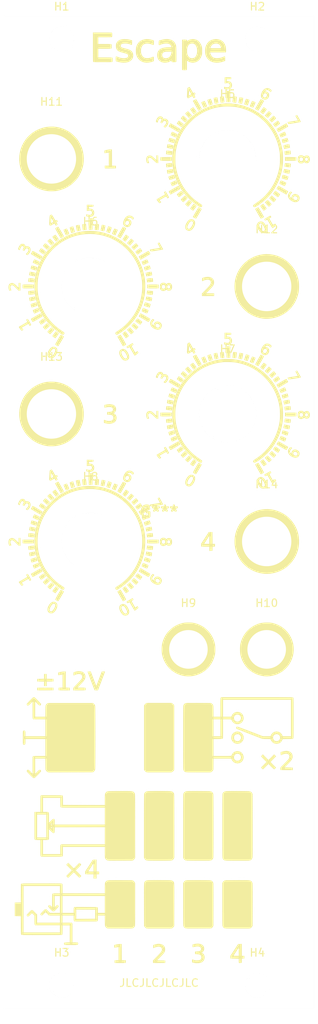
<source format=kicad_pcb>
(kicad_pcb (version 20211014) (generator pcbnew)
  (layers (0 "F.Cu" signal) (31 "B.Cu" signal) (34 "B.Paste" user) (35 "F.Paste" user) (36 "B.SilkS" user "B.Silkscreen") (37 "F.SilkS" user "F.Silkscreen") (38 "B.Mask" user) (39 "F.Mask" user) (44 "Edge.Cuts" user))
  (net 0 "")
  (footprint "MountingHole:MountingHole_3.2mm_M3" (layer "F.Cu") (at 12.758594 -61.24414)
    (fp_text reference "H2" (at 0 -4.2) (layer "F.SilkS"))
    (fp_text value "MountingHole")
    (pad "" np_thru_hole circle (at 0 0) (size 3.2 3.2) (drill 3.2) (layers *.Cu *.Mask))
  )
  (footprint "MountingHole:MountingHole_3.2mm_M3" (layer "F.Cu") (at -12.641406 61.244141)
    (fp_text reference "H3" (at 0 -4.2) (layer "F.SilkS"))
    (fp_text value "MountingHole")
    (pad "" np_thru_hole circle (at 0 0) (size 3.2 3.2) (drill 3.2) (layers *.Cu *.Mask))
  )
  (footprint "My_Misc:MountingHole_7.4mm_M7" (layer "F.Cu") (at 8.89 -45.72)
    (fp_text reference "H5" (at 0 -8.4) (layer "F.SilkS"))
    (fp_text value "MountingHole")
    (pad "" np_thru_hole circle (at 0 0) (size 7.4 7.4) (drill 7.4) (layers F&B.Cu *.Mask))
  )
  (footprint "MountingHole:MountingHole_6.4mm_M6" (layer "F.Cu") (at -13.97 -45.72)
    (fp_text reference "H11" (at 0 -7.4) (layer "F.SilkS"))
    (fp_text value "MountingHole")
    (pad "" np_thru_hole circle (at 0 0) (size 6.4 6.4) (drill 6.4) (layers *.Cu *.Mask))
  )
  (footprint "LOGO" (layer "F.Cu") (at 0 0)
    (fp_text reference "G***" (at 0 0) (layer "F.SilkS") (effects (font (size 1.524 1.524) (thickness 0.3))))
    (fp_text value "LOGO" hide)
  )
  (footprint "MountingHole:MountingHole_6.4mm_M6" (layer "F.Cu") (at 13.97 3.81)
    (fp_text reference "H14" (at 0 -7.4) (layer "F.SilkS"))
    (fp_text value "MountingHole")
    (pad "" np_thru_hole circle (at 0 0) (size 6.4 6.4) (drill 6.4) (layers *.Cu *.Mask))
  )
  (footprint "My_Misc:MountingHole_7.4mm_M7" (layer "F.Cu") (at 8.89 -12.7)
    (fp_text reference "H7" (at 0 -8.4) (layer "F.SilkS"))
    (fp_text value "MountingHole")
    (pad "" np_thru_hole circle (at 0 0) (size 7.4 7.4) (drill 7.4) (layers F&B.Cu *.Mask))
  )
  (footprint "MountingHole:MountingHole_3.2mm_M3" (layer "F.Cu") (at -12.641406 -61.24414)
    (fp_text reference "H1" (at 0 -4.2) (layer "F.SilkS"))
    (fp_text value "MountingHole")
    (pad "" np_thru_hole circle (at 0 0) (size 3.2 3.2) (drill 3.2) (layers *.Cu *.Mask))
  )
  (footprint "MountingHole:MountingHole_5mm" (layer "F.Cu") (at 13.97 17.78)
    (fp_text reference "H10" (at 0 -6) (layer "F.SilkS"))
    (fp_text value "MountingHole")
    (pad "" np_thru_hole circle (at 0 0) (size 5 5) (drill 5) (layers *.Cu *.Mask))
  )
  (footprint "MountingHole:MountingHole_6.4mm_M6" (layer "F.Cu") (at -13.97 -12.7)
    (fp_text reference "H13" (at 0 -7.4) (layer "F.SilkS"))
    (fp_text value "MountingHole")
    (pad "" np_thru_hole circle (at 0 0) (size 6.4 6.4) (drill 6.4) (layers *.Cu *.Mask))
  )
  (footprint "MountingHole:MountingHole_6.4mm_M6" (layer "F.Cu") (at 13.97 -29.21)
    (fp_text reference "H12" (at 0 -7.4) (layer "F.SilkS"))
    (fp_text value "MountingHole")
    (pad "" np_thru_hole circle (at 0 0) (size 6.4 6.4) (drill 6.4) (layers *.Cu *.Mask))
  )
  (footprint "MountingHole:MountingHole_3.2mm_M3" (layer "F.Cu") (at 12.758594 61.244141)
    (fp_text reference "H4" (at 0 -4.2) (layer "F.SilkS"))
    (fp_text value "MountingHole")
    (pad "" np_thru_hole circle (at 0 0) (size 3.2 3.2) (drill 3.2) (layers *.Cu *.Mask))
  )
  (footprint "My_Misc:MountingHole_7.4mm_M7" (layer "F.Cu") (at -8.89 3.81)
    (fp_text reference "H8" (at 0 -8.4) (layer "F.SilkS"))
    (fp_text value "MountingHole")
    (pad "" np_thru_hole circle (at 0 0) (size 7.4 7.4) (drill 7.4) (layers F&B.Cu *.Mask))
  )
  (footprint "MountingHole:MountingHole_5mm" (layer "F.Cu") (at 3.81 17.78)
    (fp_text reference "H9" (at 0 -6) (layer "F.SilkS"))
    (fp_text value "MountingHole")
    (pad "" np_thru_hole circle (at 0 0) (size 5 5) (drill 5) (layers *.Cu *.Mask))
  )
  (footprint "My_Misc:MountingHole_7.4mm_M7" (layer "F.Cu") (at -8.89 -29.21)
    (fp_text reference "H6" (at 0 -8.4) (layer "F.SilkS"))
    (fp_text value "MountingHole")
    (pad "" np_thru_hole circle (at 0 0) (size 7.4 7.4) (drill 7.4) (layers F&B.Cu *.Mask))
  )
  (gr_curve (pts (xy 11.272992 -60.634174) (xy 11.346249 -60.443202) (xy 11.468005 -60.267916) (xy 11.615692 -60.121287)) (layer "Edge.Cuts") (width 0.002))
  (gr_curve (pts (xy 17.169791 3.809997) (xy 17.169976 3.52956) (xy 17.132871 3.249807) (xy 17.060157 2.979522)) (layer "Edge.Cuts") (width 0.002))
  (gr_curve (pts (xy 1.099542 53.422867) (xy 1.057294 53.433331) (xy 1.013537 53.436664) (xy 0.969781 53.439997)) (layer "Edge.Cuts") (width 0.002))
  (gr_curve (pts (xy 6.049771 48.159997) (xy 6.093527 48.16333) (xy 6.137284 48.166663) (xy 6.179532 48.177127)) (layer "Edge.Cuts") (width 0.002))
  (gr_curve (pts (xy 6.532641 44.279759) (xy 6.522263 44.321658) (xy 6.504872 44.362073) (xy 6.482966 44.399683)) (layer "Edge.Cuts") (width 0.002))
  (gr_curve (pts (xy -10.770219 -45.720002) (xy -10.770034 -46.000439) (xy -10.807139 -46.280192) (xy -10.879853 -46.550477)) (layer "Edge.Cuts") (width 0.002))
  (gr_line (start 3.809801 15.279999) (end 3.809801 15.279999) (layer "Edge.Cuts") (width 0.002))
  (gr_curve (pts (xy -1.099981 48.177127) (xy -1.057733 48.166663) (xy -1.013976 48.16333) (xy -0.970219 48.159997)) (layer "Edge.Cuts") (width 0.002))
  (gr_curve (pts (xy 10.769709 -29.202392) (xy 10.770638 -28.788349) (xy 10.852895 -28.374998) (xy 11.01039 -27.992408)) (layer "Edge.Cuts") (width 0.002))
  (gr_curve (pts (xy 2.858558 20.09203) (xy 3.157508 20.215069) (xy 3.480577 20.279331) (xy 3.803858 20.280062)) (layer "Edge.Cuts") (width 0.002))
  (gr_curve (pts (xy 1.309737 17.785941) (xy 1.310463 18.109412) (xy 1.374725 18.432342) (xy 1.497768 18.73124)) (layer "Edge.Cuts") (width 0.002))
  (gr_line (start 13.969791 -32.409999) (end 13.969791 -32.409999) (layer "Edge.Cuts") (width 0.002))
  (gr_curve (pts (xy 6.299486 33.153193) (xy 6.337409 33.131104) (xy 6.37248 33.104425) (xy 6.403354 33.073551)) (layer "Edge.Cuts") (width 0.002))
  (gr_curve (pts (xy 11.612661 53.069769) (xy 11.602283 53.111668) (xy 11.584892 53.152083) (xy 11.562986 53.189693)) (layer "Edge.Cuts") (width 0.002))
  (gr_curve (pts (xy 14.800265 0.719631) (xy 14.529843 0.652662) (xy 14.249817 0.63133) (xy 13.969791 0.609997)) (layer "Edge.Cuts") (width 0.002))
  (gr_curve (pts (xy 4.109801 25.199997) (xy 4.066045 25.20333) (xy 4.022288 25.206663) (xy 3.98004 25.217127)) (layer "Edge.Cuts") (width 0.002))
  (gr_line (start -8.782199 32.719997) (end -8.782199 25.699997) (layer "Edge.Cuts") (width 0.002))
  (gr_curve (pts (xy -11.600352 -31.898953) (xy -11.945579 -31.551235) (xy -12.222108 -31.14136) (xy -12.408563 -30.692299)) (layer "Edge.Cuts") (width 0.002))
  (gr_curve (pts (xy -6.299914 36.696781) (xy -6.262304 36.674875) (xy -6.221889 36.657485) (xy -6.179991 36.647107)) (layer "Edge.Cuts") (width 0.002))
  (gr_curve (pts (xy -14.036435 -62.04899) (xy -14.106534 -61.928695) (xy -14.162184 -61.799326) (xy -14.195391 -61.665234)) (layer "Edge.Cuts") (width 0.002))
  (gr_curve (pts (xy 14.9265 20.089696) (xy 15.230645 19.963699) (xy 15.509575 19.776819) (xy 15.741806 19.543608)) (layer "Edge.Cuts") (width 0.002))
  (gr_curve (pts (xy -4.110229 48.159987) (xy -4.066473 48.16332) (xy -4.022716 48.166653) (xy -3.980468 48.177117)) (layer "Edge.Cuts") (width 0.002))
  (gr_curve (pts (xy 3.860086 36.696801) (xy 3.897696 36.674895) (xy 3.938111 36.657505) (xy 3.980009 36.647127)) (layer "Edge.Cuts") (width 0.002))
  (gr_curve (pts (xy -8.990209 -32.976371) (xy -9.47744 -32.920149) (xy -9.96467 -32.863927) (xy -10.4143 -32.691448)) (layer "Edge.Cuts") (width 0.002))
  (gr_curve (pts (xy -14.250209 -61.249997) (xy -14.225896 -61.039303) (xy -14.201584 -60.828609) (xy -14.126998 -60.634174)) (layer "Edge.Cuts") (width 0.002))
  (gr_curve (pts (xy 5.189685 -45.777567) (xy 5.19076 -45.298829) (xy 5.285869 -44.820892) (xy 5.467973 -44.378522)) (layer "Edge.Cuts") (width 0.002))
  (gr_curve (pts (xy 6.532641 53.069759) (xy 6.522263 53.111658) (xy 6.504872 53.152073) (xy 6.482966 53.189683)) (layer "Edge.Cuts") (width 0.002))
  (gr_curve (pts (xy 12.137488 -59.771791) (xy 12.331676 -59.691162) (xy 12.542809 -59.649484) (xy 12.753584 -59.649957)) (layer "Edge.Cuts") (width 0.002))
  (gr_curve (pts (xy 12.738144 -32.163578) (xy 12.3562 -32.017064) (xy 12.005627 -31.773551) (xy 11.71237 -31.478178)) (layer "Edge.Cuts") (width 0.002))
  (gr_curve (pts (xy 6.549771 44.149998) (xy 6.546438 44.193754) (xy 6.543105 44.23751) (xy 6.532641 44.279759)) (layer "Edge.Cuts") (width 0.002))
  (gr_curve (pts (xy 5.467973 -11.292162) (xy 5.653378 -10.841772) (xy 5.928962 -10.428251) (xy 6.273487 -10.083706)) (layer "Edge.Cuts") (width 0.002))
  (gr_curve (pts (xy 12.753585 62.850038) (xy 12.960606 62.849573) (xy 13.167281 62.808446) (xy 13.358576 62.729698)) (layer "Edge.Cuts") (width 0.002))
  (gr_curve (pts (xy 5.467973 -44.378522) (xy 5.653378 -43.928133) (xy 5.928962 -43.514613) (xy 6.273486 -43.170068)) (layer "Edge.Cuts") (width 0.002))
  (gr_curve (pts (xy -16.92962 -44.502411) (xy -16.76927 -44.112885) (xy -16.530927 -43.755245) (xy -16.23296 -43.45726)) (layer "Edge.Cuts") (width 0.002))
  (gr_curve (pts (xy 8.756595 36.880332) (xy 8.778684 36.842409) (xy 8.805363 36.807338) (xy 8.836237 36.776464)) (layer "Edge.Cuts") (width 0.002))
  (gr_curve (pts (xy 3.860086 48.226801) (xy 3.897696 48.204895) (xy 3.938111 48.187505) (xy 3.980009 48.177127)) (layer "Edge.Cuts") (width 0.002))
  (gr_curve (pts (xy 1.500102 16.82329) (xy 1.374119 17.126709) (xy 1.308997 17.456605) (xy 1.309737 17.785941)) (layer "Edge.Cuts") (width 0.002))
  (gr_curve (pts (xy 11.379476 36.696821) (xy 11.417399 36.71891) (xy 11.45247 36.745589) (xy 11.483344 36.776463)) (layer "Edge.Cuts") (width 0.002))
  (gr_curve (pts (xy 16.23797 6.067418) (xy 16.529932 5.774223) (xy 16.764231 5.42382) (xy 16.923371 5.041643)) (layer "Edge.Cuts") (width 0.002))
  (gr_curve (pts (xy 7.481943 -42.364554) (xy 7.924388 -42.182457) (xy 8.402529 -42.087348) (xy 8.880986 -42.086267)) (layer "Edge.Cuts") (width 0.002))
  (gr_curve (pts (xy -8.799329 25.570236) (xy -8.809707 25.528337) (xy -8.827097 25.487921) (xy -8.849003 25.450312)) (layer "Edge.Cuts") (width 0.002))
  (gr_curve (pts (xy 11.71237 -31.478178) (xy 11.413796 -31.17745) (xy 11.174635 -30.822963) (xy 11.013376 -30.434586)) (layer "Edge.Cuts") (width 0.002))
  (gr_curve (pts (xy 3.609771 37.129997) (xy 3.613104 37.08624) (xy 3.616437 37.042484) (xy 3.626901 37.000236)) (layer "Edge.Cuts") (width 0.002))
  (gr_curve (pts (xy 12.753584 -59.649957) (xy 12.960606 -59.650422) (xy 13.167281 -59.691549) (xy 13.358576 -59.770297)) (layer "Edge.Cuts") (width 0.002))
  (gr_line (start 8.889781 -16.4) (end 8.889781 -16.4) (layer "Edge.Cuts") (width 0.002))
  (gr_curve (pts (xy 9.060029 48.177137) (xy 9.102277 48.166673) (xy 9.146034 48.16334) (xy 9.189791 48.160007)) (layer "Edge.Cuts") (width 0.002))
  (gr_curve (pts (xy -3.627359 44.279739) (xy -3.637737 44.321638) (xy -3.655128 44.362053) (xy -3.677034 44.399663)) (layer "Edge.Cuts") (width 0.002))
  (gr_curve (pts (xy -3.756676 53.29354) (xy -3.78755 53.324415) (xy -3.822621 53.351095) (xy -3.860544 53.373183)) (layer "Edge.Cuts") (width 0.002))
  (gr_curve (pts (xy -9.282199 33.219997) (xy -9.238442 33.216664) (xy -9.194686 33.213331) (xy -9.152438 33.202867)) (layer "Edge.Cuts") (width 0.002))
  (gr_line (start 4.109771 48.159997) (end 6.049771 48.159997) (layer "Edge.Cuts") (width 0.002))
  (gr_curve (pts (xy -11.518838 62.381367) (xy -11.369846 62.232384) (xy -11.250681 62.053589) (xy -11.170508 61.858792)) (layer "Edge.Cuts") (width 0.002))
  (gr_curve (pts (xy 1.402997 25.450312) (xy 1.380908 25.412389) (xy 1.354229 25.377318) (xy 1.323355 25.346444)) (layer "Edge.Cuts") (width 0.002))
  (gr_curve (pts (xy 5.058226 15.61402) (xy 4.870265 15.50449) (xy 4.668127 15.417536) (xy 4.458608 15.36565)) (layer "Edge.Cuts") (width 0.002))
  (gr_curve (pts (xy 11.363555 -62.04899) (xy 11.293456 -61.928695) (xy 11.237806 -61.799326) (xy 11.204599 -61.665234)) (layer "Edge.Cuts") (width 0.002))
  (gr_curve (pts (xy 15.194378 -26.253585) (xy 15.583685 -26.414861) (xy 15.940714 -26.654068) (xy 16.23797 -26.952578)) (layer "Edge.Cuts") (width 0.002))
  (gr_curve (pts (xy -14.126998 61.86582) (xy -14.053741 62.056792) (xy -13.931985 62.232079) (xy -13.784298 62.378707)) (layer "Edge.Cuts") (width 0.002))
  (gr_curve (pts (xy -10.879853 -13.530475) (xy -10.952048 -13.798416) (xy -11.059125 -14.057229) (xy -11.197767 -14.297986)) (layer "Edge.Cuts") (width 0.002))
  (gr_curve (pts (xy -13.449202 -62.636224) (xy -13.57057 -62.566313) (xy -13.682784 -62.480374) (xy -13.781579 -62.381368)) (layer "Edge.Cuts") (width 0.002))
  (gr_curve (pts (xy 15.194378 6.766411) (xy 15.583685 6.605135) (xy 15.940714 6.365928) (xy 16.23797 6.067418)) (layer "Edge.Cuts") (width 0.002))
  (gr_curve (pts (xy 6.179532 44.632867) (xy 6.137284 44.643331) (xy 6.093527 44.646664) (xy 6.049771 44.649998)) (layer "Edge.Cuts") (width 0.002))
  (gr_line (start 4.109771 48.159997) (end 4.109771 48.159997) (layer "Edge.Cuts") (width 0.002))
  (gr_curve (pts (xy -9.152438 33.202867) (xy -9.110539 33.19249) (xy -9.070123 33.175099) (xy -9.032514 33.153193)) (layer "Edge.Cuts") (width 0.002))
  (gr_line (start 1.469781 48.659997) (end 1.469781 52.939997) (layer "Edge.Cuts") (width 0.002))
  (gr_curve (pts (xy 8.940106 44.583213) (xy 8.902183 44.561124) (xy 8.867112 44.534445) (xy 8.836238 44.503571)) (layer "Edge.Cuts") (width 0.002))
  (gr_curve (pts (xy 1.402976 48.410312) (xy 1.424882 48.447922) (xy 1.442273 48.488337) (xy 1.452651 48.530235)) (layer "Edge.Cuts") (width 0.002))
  (gr_curve (pts (xy -3.756676 36.776423) (xy -3.725801 36.807298) (xy -3.699122 36.842369) (xy -3.677034 36.880292)) (layer "Edge.Cuts") (width 0.002))
  (gr_curve (pts (xy -3.756676 48.306433) (xy -3.725801 48.337308) (xy -3.699122 48.372379) (xy -3.677034 48.410302)) (layer "Edge.Cuts") (width 0.002))
  (gr_curve (pts (xy 1.219466 36.696801) (xy 1.257389 36.71889) (xy 1.29246 36.745569) (xy 1.323334 36.776443)) (layer "Edge.Cuts") (width 0.002))
  (gr_curve (pts (xy 3.98001 53.422867) (xy 3.938111 53.412489) (xy 3.897695 53.395099) (xy 3.860086 53.373193)) (layer "Edge.Cuts") (width 0.002))
  (gr_curve (pts (xy 12.334544 -62.79518) (xy 12.20052 -62.759124) (xy 12.071153 -62.705556) (xy 11.950788 -62.636224)) (layer "Edge.Cuts") (width 0.002))
  (gr_curve (pts (xy 6.299456 53.373193) (xy 6.261846 53.395099) (xy 6.221431 53.412489) (xy 6.179532 53.422867)) (layer "Edge.Cuts") (width 0.002))
  (gr_line (start -0.970219 36.629997) (end -0.970219 36.629997) (layer "Edge.Cuts") (width 0.002))
  (gr_curve (pts (xy 3.626931 32.849759) (xy 3.637309 32.891658) (xy 3.6547 32.932073) (xy 3.676606 32.969683)) (layer "Edge.Cuts") (width 0.002))
  (gr_curve (pts (xy 3.626901 53.069759) (xy 3.616437 53.027511) (xy 3.613104 52.983754) (xy 3.609771 52.939997)) (layer "Edge.Cuts") (width 0.002))
  (gr_curve (pts (xy -6.367627 6.35378) (xy -6.030046 6.014774) (xy -5.759139 5.609619) (xy -5.575133 5.167728)) (layer "Edge.Cuts") (width 0.002))
  (gr_curve (pts (xy 5.471427 -47.20229) (xy 5.284972 -46.75323) (xy 5.188591 -46.264983) (xy 5.189685 -45.777567)) (layer "Edge.Cuts") (width 0.002))
  (gr_curve (pts (xy -12.041414 -59.770297) (xy -11.846651 -59.850472) (xy -11.667831 -59.969644) (xy -11.518838 -60.118627)) (layer "Edge.Cuts") (width 0.002))
  (gr_curve (pts (xy -11.707478 -47.982744) (xy -11.90549 -48.180334) (xy -12.129636 -48.351086) (xy -12.372234 -48.492454)) (layer "Edge.Cuts") (width 0.002))
  (gr_line (start 11.129791 53.440007) (end 9.189791 53.440007) (layer "Edge.Cuts") (width 0.002))
  (gr_curve (pts (xy -3.627359 53.069749) (xy -3.637737 53.111648) (xy -3.655128 53.152063) (xy -3.677034 53.189673)) (layer "Edge.Cuts") (width 0.002))
  (gr_curve (pts (xy -1.09998 44.632867) (xy -1.141879 44.62249) (xy -1.182295 44.605099) (xy -1.219904 44.583193)) (layer "Edge.Cuts") (width 0.002))
  (gr_curve (pts (xy 6.403324 44.50355) (xy 6.37245 44.534425) (xy 6.337379 44.561105) (xy 6.299456 44.583193)) (layer "Edge.Cuts") (width 0.002))
  (gr_curve (pts (xy 6.299456 36.696801) (xy 6.337379 36.71889) (xy 6.37245 36.745569) (xy 6.403324 36.776443)) (layer "Edge.Cuts") (width 0.002))
  (gr_curve (pts (xy 8.940106 48.226811) (xy 8.977716 48.204905) (xy 9.018131 48.187515) (xy 9.060029 48.177137)) (layer "Edge.Cuts") (width 0.002))
  (gr_curve (pts (xy -9.032514 33.153193) (xy -8.994591 33.131104) (xy -8.95952 33.104425) (xy -8.928646 33.073551)) (layer "Edge.Cuts") (width 0.002))
  (gr_curve (pts (xy -7.574281 7.161991) (xy -7.124145 6.975516) (xy -6.711329 6.698932) (xy -6.367627 6.35378)) (layer "Edge.Cuts") (width 0.002))
  (gr_curve (pts (xy 3.676606 25.450312) (xy 3.6547 25.487922) (xy 3.637309 25.528337) (xy 3.626931 25.570235)) (layer "Edge.Cuts") (width 0.002))
  (gr_curve (pts (xy -1.323773 48.306444) (xy -1.292898 48.275569) (xy -1.257827 48.248889) (xy -1.219904 48.226801)) (layer "Edge.Cuts") (width 0.002))
  (gr_curve (pts (xy -1.470219 48.659997) (xy -1.466886 48.61624) (xy -1.463553 48.572484) (xy -1.453089 48.530236)) (layer "Edge.Cuts") (width 0.002))
  (gr_curve (pts (xy 0.969801 33.219997) (xy 1.013558 33.216664) (xy 1.057314 33.213331) (xy 1.099562 33.202867)) (layer "Edge.Cuts") (width 0.002))
  (gr_curve (pts (xy 3.756248 25.346443) (xy 3.725373 25.377318) (xy 3.698694 25.412389) (xy 3.676606 25.450312)) (layer "Edge.Cuts") (width 0.002))
  (gr_curve (pts (xy -1.453089 44.279759) (xy -1.463553 44.237511) (xy -1.466886 44.193754) (xy -1.470219 44.149998)) (layer "Edge.Cuts") (width 0.002))
  (gr_curve (pts (xy 1.099542 36.647127) (xy 1.141441 36.657505) (xy 1.181857 36.674895) (xy 1.219466 36.696801)) (layer "Edge.Cuts") (width 0.002))
  (gr_curve (pts (xy -3.756676 44.50353) (xy -3.78755 44.534405) (xy -3.822621 44.561085) (xy -3.860544 44.583173)) (layer "Edge.Cuts") (width 0.002))
  (gr_curve (pts (xy 13.365603 59.773207) (xy 13.171143 59.692083) (xy 12.960379 59.649717) (xy 12.749781 59.649997)) (layer "Edge.Cuts") (width 0.002))
  (gr_line (start -13.970219 -15.900001) (end -13.970219 -15.900001) (layer "Edge.Cuts") (width 0.002))
  (gr_curve (pts (xy -3.980468 48.177117) (xy -3.938569 48.187495) (xy -3.898153 48.204885) (xy -3.860544 48.226791)) (layer "Edge.Cuts") (width 0.002))
  (gr_curve (pts (xy 3.860086 53.373193) (xy 3.822163 53.351104) (xy 3.787092 53.324425) (xy 3.756218 53.293551)) (layer "Edge.Cuts") (width 0.002))
  (gr_curve (pts (xy 5.189686 -12.691205) (xy 5.190761 -12.212468) (xy 5.285869 -11.734531) (xy 5.467973 -11.292162)) (layer "Edge.Cuts") (width 0.002))
  (gr_curve (pts (xy 8.836238 44.503571) (xy 8.805363 44.472696) (xy 8.778683 44.437626) (xy 8.756595 44.399702)) (layer "Edge.Cuts") (width 0.002))
  (gr_curve (pts (xy -6.483425 53.189672) (xy -6.505331 53.152063) (xy -6.522721 53.111648) (xy -6.533099 53.069749)) (layer "Edge.Cuts") (width 0.002))
  (gr_curve (pts (xy 11.013376 2.58541) (xy 10.852118 2.973787) (xy 10.768762 3.396054) (xy 10.769709 3.817604)) (layer "Edge.Cuts") (width 0.002))
  (gr_curve (pts (xy 3.860086 44.583193) (xy 3.822163 44.561104) (xy 3.787092 44.534425) (xy 3.756218 44.503551)) (layer "Edge.Cuts") (width 0.002))
  (gr_line (start 8.689791 44.150017) (end 8.689791 37.130017) (layer "Edge.Cuts") (width 0.002))
  (gr_curve (pts (xy 6.532641 37.000235) (xy 6.543105 37.042483) (xy 6.546438 37.08624) (xy 6.549771 37.129997)) (layer "Edge.Cuts") (width 0.002))
  (gr_curve (pts (xy 13.881152 62.381367) (xy 14.030144 62.232384) (xy 14.149309 62.053589) (xy 14.229482 61.858792)) (layer "Edge.Cuts") (width 0.002))
  (gr_curve (pts (xy -17.170219 -12.700001) (xy -17.170219 -12.137584) (xy -17.017575 -11.57223) (xy -16.733325 -11.0849)) (layer "Edge.Cuts") (width 0.002))
  (gr_curve (pts (xy -1.403415 53.189682) (xy -1.425321 53.152073) (xy -1.442711 53.111658) (xy -1.453089 53.069759)) (layer "Edge.Cuts") (width 0.002))
  (gr_curve (pts (xy -12.646406 -59.649957) (xy -12.439384 -59.650422) (xy -12.232709 -59.691549) (xy -12.041414 -59.770297)) (layer "Edge.Cuts") (width 0.002))
  (gr_curve (pts (xy 1.402976 36.880312) (xy 1.424882 36.917922) (xy 1.442273 36.958337) (xy 1.452651 37.000235)) (layer "Edge.Cuts") (width 0.002))
  (gr_curve (pts (xy 7.46569 -16.115077) (xy 7.024067 -15.945669) (xy 6.618717 -15.664108) (xy 6.279638 -15.322582)) (layer "Edge.Cuts") (width 0.002))
  (gr_curve (pts (xy -11.197767 -14.297986) (xy -11.337565 -14.540752) (xy -11.509459 -14.76516) (xy -11.707477 -14.962743)) (layer "Edge.Cuts") (width 0.002))
  (gr_line (start -8.990209 0.043638) (end -8.990209 0.043638) (layer "Edge.Cuts") (width 0.002))
  (gr_curve (pts (xy -11.606504 -26.660077) (xy -11.26198 -26.315531) (xy -10.848515 -26.039961) (xy -10.398047 -25.854563)) (layer "Edge.Cuts") (width 0.002))
  (gr_curve (pts (xy 3.98004 33.202867) (xy 4.022288 33.213331) (xy 4.066045 33.216664) (xy 4.109801 33.219997)) (layer "Edge.Cuts") (width 0.002))
  (gr_curve (pts (xy 10.737451 -15.905649) (xy 10.459268 -16.067754) (xy 10.160104 -16.196444) (xy 9.850017 -16.273236)) (layer "Edge.Cuts") (width 0.002))
  (gr_curve (pts (xy 12.304857 -44.36227) (xy 12.492199 -44.812173) (xy 12.58946 -45.300158) (xy 12.589781 -45.786362)) (layer "Edge.Cuts") (width 0.002))
  (gr_curve (pts (xy -12.650209 59.649997) (xy -12.93074 59.650371) (xy -13.210977 59.726418) (xy -13.457759 59.868444)) (layer "Edge.Cuts") (width 0.002))
  (gr_curve (pts (xy 6.403355 25.346444) (xy 6.37248 25.315569) (xy 6.337409 25.288889) (xy 6.299486 25.266801)) (layer "Edge.Cuts") (width 0.002))
  (gr_curve (pts (xy -8.928646 33.073551) (xy -8.897771 33.042676) (xy -8.871091 33.007606) (xy -8.849003 32.969682)) (layer "Edge.Cuts") (width 0.002))
  (gr_curve (pts (xy -14.011884 25.266801) (xy -14.049807 25.28889) (xy -14.084878 25.315569) (xy -14.115752 25.346443)) (layer "Edge.Cuts") (width 0.002))
  (gr_curve (pts (xy -1.09996 25.217127) (xy -1.141859 25.227505) (xy -1.182275 25.244895) (xy -1.219884 25.266801)) (layer "Edge.Cuts") (width 0.002))
  (gr_curve (pts (xy -14.245069 32.849759) (xy -14.234691 32.891658) (xy -14.217301 32.932073) (xy -14.195395 32.969683)) (layer "Edge.Cuts") (width 0.002))
  (gr_curve (pts (xy 11.129791 48.160007) (xy 11.173547 48.16334) (xy 11.217304 48.166673) (xy 11.259552 48.177137)) (layer "Edge.Cuts") (width 0.002))
  (gr_curve (pts (xy 6.403324 53.29355) (xy 6.37245 53.324425) (xy 6.337379 53.351105) (xy 6.299456 53.373193)) (layer "Edge.Cuts") (width 0.002))
  (gr_curve (pts (xy -14.245069 25.570235) (xy -14.255533 25.612483) (xy -14.258866 25.65624) (xy -14.262199 25.699997)) (layer "Edge.Cuts") (width 0.002))
  (gr_line (start -13.762199 33.219997) (end -9.282199 33.219997) (layer "Edge.Cuts") (width 0.002))
  (gr_curve (pts (xy -3.860544 53.373183) (xy -3.898154 53.395089) (xy -3.938569 53.412479) (xy -3.980468 53.422857)) (layer "Edge.Cuts") (width 0.002))
  (gr_curve (pts (xy 7.481942 -9.278193) (xy 7.924388 -9.096096) (xy 8.402529 -9.000987) (xy 8.880986 -8.999906)) (layer "Edge.Cuts") (width 0.002))
  (gr_curve (pts (xy 3.756217 48.306444) (xy 3.787092 48.275569) (xy 3.822163 48.248889) (xy 3.860086 48.226801)) (layer "Edge.Cuts") (width 0.002))
  (gr_line (start 4.109801 33.219997) (end 6.049801 33.219997) (layer "Edge.Cuts") (width 0.002))
  (gr_curve (pts (xy 6.403354 33.073551) (xy 6.434229 33.042676) (xy 6.460909 33.007606) (xy 6.482997 32.969682)) (layer "Edge.Cuts") (width 0.002))
  (gr_curve (pts (xy 8.836238 53.293561) (xy 8.805363 53.262686) (xy 8.778683 53.227616) (xy 8.756595 53.189692)) (layer "Edge.Cuts") (width 0.002))
  (gr_curve (pts (xy 11.259552 48.177137) (xy 11.301451 48.187515) (xy 11.341867 48.204905) (xy 11.379476 48.226811)) (layer "Edge.Cuts") (width 0.002))
  (gr_curve (pts (xy 12.20618 16.007984) (xy 11.97292 16.242927) (xy 11.786075 16.51987) (xy 11.660092 16.82329)) (layer "Edge.Cuts") (width 0.002))
  (gr_curve (pts (xy 1.452651 44.279759) (xy 1.442273 44.321658) (xy 1.424882 44.362073) (xy 1.402976 44.399683)) (layer "Edge.Cuts") (width 0.002))
  (gr_line (start -8.990209 -32.976371) (end -8.990209 -32.976371) (layer "Edge.Cuts") (width 0.002))
  (gr_curve (pts (xy -12.690305 -29.267576) (xy -12.68923 -28.788838) (xy -12.594121 -28.310901) (xy -12.412017 -27.868531)) (layer "Edge.Cuts") (width 0.002))
  (gr_curve (pts (xy 3.980009 48.177127) (xy 4.022257 48.166663) (xy 4.066014 48.16333) (xy 4.109771 48.159997)) (layer "Edge.Cuts") (width 0.002))
  (gr_curve (pts (xy -8.849003 32.969682) (xy -8.827097 32.932073) (xy -8.809707 32.891658) (xy -8.799329 32.849759)) (layer "Edge.Cuts") (width 0.002))
  (gr_curve (pts (xy 1.402976 53.189683) (xy 1.380888 53.227606) (xy 1.354209 53.262676) (xy 1.323334 53.29355)) (layer "Edge.Cuts") (width 0.002))
  (gr_line (start -3.610229 48.659987) (end -3.610229 52.939987) (layer "Edge.Cuts") (width 0.002))
  (gr_curve (pts (xy 1.219486 25.266801) (xy 1.181876 25.244895) (xy 1.141461 25.227505) (xy 1.099563 25.217127)) (layer "Edge.Cuts") (width 0.002))
  (gr_curve (pts (xy 1.497768 18.73124) (xy 1.623042 19.035558) (xy 1.809248 19.314964) (xy 2.042035 19.547765)) (layer "Edge.Cuts") (width 0.002))
  (gr_curve (pts (xy 12.589781 -45.786362) (xy 12.589995 -46.110618) (xy 12.547093 -46.434082) (xy 12.463017 -46.746598)) (layer "Edge.Cuts") (width 0.002))
  (gr_curve (pts (xy 5.581816 19.543608) (xy 5.809911 19.31455) (xy 5.992957 19.040797) (xy 6.117285 18.742222)) (layer "Edge.Cuts") (width 0.002))
  (gr_curve (pts (xy 6.549801 25.699997) (xy 6.546468 25.65624) (xy 6.543135 25.612484) (xy 6.532671 25.570236)) (layer "Edge.Cuts") (width 0.002))
  (gr_line (start -20.149999 -64.25) (end 20.15 -64.25) (layer "Edge.Cuts") (width 0.002))
  (gr_line (start 8.689791 52.940007) (end 8.689791 48.660007) (layer "Edge.Cuts") (width 0.002))
  (gr_curve (pts (xy -6.483425 48.410302) (xy -6.461336 48.372379) (xy -6.434657 48.337308) (xy -6.403783 48.306434)) (layer "Edge.Cuts") (width 0.002))
  (gr_curve (pts (xy 1.323334 53.29355) (xy 1.29246 53.324425) (xy 1.257389 53.351105) (xy 1.219466 53.373193)) (layer "Edge.Cuts") (width 0.002))
  (gr_curve (pts (xy -3.980468 53.422857) (xy -4.022716 53.433321) (xy -4.066473 53.436654) (xy -4.110229 53.439987)) (layer "Edge.Cuts") (width 0.002))
  (gr_curve (pts (xy 9.06003 53.422877) (xy 9.018131 53.412499) (xy 8.977715 53.395109) (xy 8.940106 53.373203)) (layer "Edge.Cuts") (width 0.002))
  (gr_line (start -6.550229 44.149977) (end -6.550229 37.129977) (layer "Edge.Cuts") (width 0.002))
  (gr_line (start 9.189791 36.630017) (end 11.129791 36.630017) (layer "Edge.Cuts") (width 0.002))
  (gr_curve (pts (xy -12.408562 2.327709) (xy -12.595017 2.776769) (xy -12.691398 3.265016) (xy -12.690304 3.752433)) (layer "Edge.Cuts") (width 0.002))
  (gr_curve (pts (xy 14.227988 60.637703) (xy 14.147356 60.443042) (xy 14.027771 60.264506) (xy 13.878491 60.115908)) (layer "Edge.Cuts") (width 0.002))
  (gr_curve (pts (xy 11.612661 37.000255) (xy 11.623125 37.042503) (xy 11.626458 37.08626) (xy 11.629791 37.130017)) (layer "Edge.Cuts") (width 0.002))
  (gr_curve (pts (xy 11.259552 53.422877) (xy 11.217304 53.433341) (xy 11.173547 53.436674) (xy 11.129791 53.440007)) (layer "Edge.Cuts") (width 0.002))
  (gr_curve (pts (xy 1.219466 53.373193) (xy 1.181856 53.395099) (xy 1.141441 53.412489) (xy 1.099542 53.422867)) (layer "Edge.Cuts") (width 0.002))
  (gr_line (start 9.189791 36.630017) (end 9.189791 36.630017) (layer "Edge.Cuts") (width 0.002))
  (gr_curve (pts (xy -12.372235 -15.472454) (xy -12.612823 -15.612655) (xy -12.871561 -15.723952) (xy -13.139745 -15.790367)) (layer "Edge.Cuts") (width 0.002))
  (gr_curve (pts (xy 11.013376 -30.434586) (xy 10.852118 -30.046209) (xy 10.768762 -29.623942) (xy 10.769709 -29.202392)) (layer "Edge.Cuts") (width 0.002))
  (gr_curve (pts (xy 13.358576 -59.770297) (xy 13.553339 -59.850472) (xy 13.732159 -59.969644) (xy 13.881152 -60.118627)) (layer "Edge.Cuts") (width 0.002))
  (gr_curve (pts (xy 15.218216 15.61402) (xy 15.030255 15.50449) (xy 14.828117 15.417536) (xy 14.618598 15.36565)) (layer "Edge.Cuts") (width 0.002))
  (gr_curve (pts (xy -6.299914 48.226791) (xy -6.262304 48.204885) (xy -6.221889 48.187495) (xy -6.179991 48.177117)) (layer "Edge.Cuts") (width 0.002))
  (gr_curve (pts (xy 13.365604 -62.726787) (xy 13.171051 -62.8078) (xy 12.960031 -62.849858) (xy 12.749781 -62.849997)) (layer "Edge.Cuts") (width 0.002))
  (gr_curve (pts (xy -14.195391 -61.665234) (xy -14.228876 -61.530024) (xy -14.239542 -61.390011) (xy -14.250209 -61.249997)) (layer "Edge.Cuts") (width 0.002))
  (gr_curve (pts (xy -1.323773 36.776444) (xy -1.292898 36.745569) (xy -1.257827 36.718889) (xy -1.219904 36.696801)) (layer "Edge.Cuts") (width 0.002))
  (gr_curve (pts (xy 9.850017 -49.359597) (xy 9.537342 -49.43703) (xy 9.213562 -49.461696) (xy 8.889781 -49.486362)) (layer "Edge.Cuts") (width 0.002))
  (gr_curve (pts (xy 6.532671 25.570236) (xy 6.522293 25.528337) (xy 6.504903 25.487921) (xy 6.482997 25.450312)) (layer "Edge.Cuts") (width 0.002))
  (gr_curve (pts (xy 6.179532 48.177127) (xy 6.221431 48.187505) (xy 6.261847 48.204895) (xy 6.299456 48.226801)) (layer "Edge.Cuts") (width 0.002))
  (gr_curve (pts (xy 11.149781 -61.249997) (xy 11.174094 -61.039303) (xy 11.198406 -60.828609) (xy 11.272992 -60.634174)) (layer "Edge.Cuts") (width 0.002))
  (gr_curve (pts (xy 14.618598 15.36565) (xy 14.407332 15.31333) (xy 14.188562 15.296664) (xy 13.969791 15.279999)) (layer "Edge.Cuts") (width 0.002))
  (gr_curve (pts (xy 17.169791 -29.209999) (xy 17.169976 -29.490436) (xy 17.132871 -29.770189) (xy 17.060157 -30.040474)) (layer "Edge.Cuts") (width 0.002))
  (gr_curve (pts (xy -1.453089 53.069759) (xy -1.463553 53.027511) (xy -1.466886 52.983754) (xy -1.470219 52.939997)) (layer "Edge.Cuts") (width 0.002))
  (gr_curve (pts (xy 6.549771 52.939997) (xy 6.546438 52.983754) (xy 6.543105 53.02751) (xy 6.532641 53.069759)) (layer "Edge.Cuts") (width 0.002))
  (gr_curve (pts (xy 4.76651 20.089696) (xy 5.070655 19.963699) (xy 5.349585 19.776819) (xy 5.581816 19.543608)) (layer "Edge.Cuts") (width 0.002))
  (gr_curve (pts (xy 11.615692 62.378707) (xy 11.766056 62.527994) (xy 11.9433 62.647575) (xy 12.137488 62.728204)) (layer "Edge.Cuts") (width 0.002))
  (gr_curve (pts (xy 6.482966 53.189683) (xy 6.460878 53.227606) (xy 6.434199 53.262676) (xy 6.403324 53.29355)) (layer "Edge.Cuts") (width 0.002))
  (gr_curve (pts (xy 6.482966 36.880312) (xy 6.504872 36.917922) (xy 6.522263 36.958337) (xy 6.532641 37.000235)) (layer "Edge.Cuts") (width 0.002))
  (gr_curve (pts (xy 3.98004 25.217127) (xy 3.938141 25.227505) (xy 3.897725 25.244895) (xy 3.860116 25.266801)) (layer "Edge.Cuts") (width 0.002))
  (gr_line (start -14.262199 25.699997) (end -14.262199 32.719997) (layer "Edge.Cuts") (width 0.002))
  (gr_curve (pts (xy -5.290209 -29.276371) (xy -5.289995 -29.600627) (xy -5.332897 -29.924091) (xy -5.416973 -30.236607)) (layer "Edge.Cuts") (width 0.002))
  (gr_curve (pts (xy -7.142539 -32.482019) (xy -7.420722 -32.644124) (xy -7.719886 -32.772814) (xy -8.029973 -32.849606)) (layer "Edge.Cuts") (width 0.002))
  (gr_curve (pts (xy 10.305709 -9.281647) (xy 10.755845 -9.468122) (xy 11.168661 -9.744706) (xy 11.512363 -10.089858)) (layer "Edge.Cuts") (width 0.002))
  (gr_curve (pts (xy 11.506076 -48.402657) (xy 11.277124 -48.631121) (xy 11.017954 -48.828553) (xy 10.737451 -48.99201)) (layer "Edge.Cuts") (width 0.002))
  (gr_curve (pts (xy 5.975779 16.531572) (xy 5.866544 16.341934) (xy 5.732264 16.166599) (xy 5.577567 16.012232)) (layer "Edge.Cuts") (width 0.002))
  (gr_curve (pts (xy 1.099542 48.177127) (xy 1.141441 48.187505) (xy 1.181857 48.204895) (xy 1.219466 48.226801)) (layer "Edge.Cuts") (width 0.002))
  (gr_curve (pts (xy 11.562986 53.189693) (xy 11.540898 53.227616) (xy 11.514219 53.262686) (xy 11.483344 53.29356)) (layer "Edge.Cuts") (width 0.002))
  (gr_line (start 8.889781 -49.486362) (end 8.889781 -49.486362) (layer "Edge.Cuts") (width 0.002))
  (gr_curve (pts (xy -12.690304 3.752433) (xy -12.689229 4.23117) (xy -12.594121 4.709107) (xy -12.412017 5.151476)) (layer "Edge.Cuts") (width 0.002))
  (gr_curve (pts (xy 1.219466 44.583193) (xy 1.181856 44.605099) (xy 1.141441 44.62249) (xy 1.099542 44.632867)) (layer "Edge.Cuts") (width 0.002))
  (gr_curve (pts (xy 8.689791 37.130017) (xy 8.693124 37.08626) (xy 8.696457 37.042504) (xy 8.706921 37.000256)) (layer "Edge.Cuts") (width 0.002))
  (gr_curve (pts (xy 12.7522 -26.250598) (xy 13.134856 -26.093108) (xy 13.548384 -26.010852) (xy 13.962184 -26.009917)) (layer "Edge.Cuts") (width 0.002))
  (gr_curve (pts (xy -0.970199 25.199997) (xy -1.013955 25.20333) (xy -1.057712 25.206663) (xy -1.09996 25.217127)) (layer "Edge.Cuts") (width 0.002))
  (gr_curve (pts (xy 6.117285 18.742222) (xy 6.243867 18.438234) (xy 6.309584 18.108515) (xy 6.309801 17.779998)) (layer "Edge.Cuts") (width 0.002))
  (gr_curve (pts (xy 12.7522 6.769398) (xy 13.134856 6.926888) (xy 13.548384 7.009144) (xy 13.962184 7.010079)) (layer "Edge.Cuts") (width 0.002))
  (gr_curve (pts (xy 1.323354 33.073551) (xy 1.354229 33.042676) (xy 1.380909 33.007606) (xy 1.402997 32.969682)) (layer "Edge.Cuts") (width 0.002))
  (gr_curve (pts (xy -13.262502 62.728204) (xy -13.068313 62.808833) (xy -12.85718 62.850511) (xy -12.646405 62.850038)) (layer "Edge.Cuts") (width 0.002))
  (gr_curve (pts (xy -1.323772 44.503551) (xy -1.354647 44.472676) (xy -1.381327 44.437606) (xy -1.403415 44.399682)) (layer "Edge.Cuts") (width 0.002))
  (gr_curve (pts (xy 12.095429 -14.547671) (xy 11.933761 -14.828336) (xy 11.735027 -15.087832) (xy 11.506076 -15.316296)) (layer "Edge.Cuts") (width 0.002))
  (gr_curve (pts (xy -1.219904 36.696801) (xy -1.182294 36.674895) (xy -1.141879 36.657505) (xy -1.099981 36.647127)) (layer "Edge.Cuts") (width 0.002))
  (gr_curve (pts (xy 6.049771 36.629997) (xy 6.093527 36.63333) (xy 6.137284 36.636663) (xy 6.179532 36.647127)) (layer "Edge.Cuts") (width 0.002))
  (gr_line (start -9.282199 25.199997) (end -13.762199 25.199997) (layer "Edge.Cuts") (width 0.002))
  (gr_curve (pts (xy 16.469791 17.779998) (xy 16.469935 17.560906) (xy 16.440948 17.342349) (xy 16.384139 17.13119)) (layer "Edge.Cuts") (width 0.002))
  (gr_curve (pts (xy 3.860116 25.266801) (xy 3.822193 25.28889) (xy 3.787122 25.315569) (xy 3.756248 25.346443)) (layer "Edge.Cuts") (width 0.002))
  (gr_curve (pts (xy -12.745632 -42.763588) (xy -12.356325 -42.924864) (xy -11.999296 -43.164071) (xy -11.70204 -43.462581)) (layer "Edge.Cuts") (width 0.002))
  (gr_line (start 9.189791 48.160007) (end 11.129791 48.160007) (layer "Edge.Cuts") (width 0.002))
  (gr_curve (pts (xy -11.606503 6.359932) (xy -11.261979 6.704477) (xy -10.848515 6.980047) (xy -10.398048 7.165445)) (layer "Edge.Cuts") (width 0.002))
  (gr_line (start -9.282199 25.199997) (end -9.282199 25.199997) (layer "Edge.Cuts") (width 0.002))
  (gr_curve (pts (xy 8.940106 36.696821) (xy 8.977716 36.674915) (xy 9.018131 36.657525) (xy 9.060029 36.647147)) (layer "Edge.Cuts") (width 0.002))
  (gr_line (start 3.609771 44.149998) (end 3.609771 37.129997) (layer "Edge.Cuts") (width 0.002))
  (gr_curve (pts (xy -0.970219 44.649998) (xy -1.013976 44.646664) (xy -1.057732 44.643331) (xy -1.09998 44.632867)) (layer "Edge.Cuts") (width 0.002))
  (gr_curve (pts (xy 3.676606 32.969683) (xy 3.698694 33.007606) (xy 3.725373 33.042676) (xy 3.756248 33.07355)) (layer "Edge.Cuts") (width 0.002))
  (gr_curve (pts (xy -11.172002 60.637703) (xy -11.252634 60.443042) (xy -11.372219 60.264506) (xy -11.521499 60.115908)) (layer "Edge.Cuts") (width 0.002))
  (gr_curve (pts (xy -10.398048 7.165445) (xy -9.955602 7.347542) (xy -9.477461 7.442651) (xy -8.999004 7.443732)) (layer "Edge.Cuts") (width 0.002))
  (gr_line (start -0.970199 33.219997) (end 0.969801 33.219997) (layer "Edge.Cuts") (width 0.002))
  (gr_curve (pts (xy 11.629791 52.940007) (xy 11.626458 52.983764) (xy 11.623125 53.02752) (xy 11.612661 53.069769)) (layer "Edge.Cuts") (width 0.002))
  (gr_line (start -4.110229 44.649977) (end -6.050229 44.649977) (layer "Edge.Cuts") (width 0.002))
  (gr_curve (pts (xy -6.533099 53.069749) (xy -6.543563 53.027501) (xy -6.546896 52.983744) (xy -6.550229 52.939987)) (layer "Edge.Cuts") (width 0.002))
  (gr_curve (pts (xy -1.403415 48.410312) (xy -1.381326 48.372389) (xy -1.354647 48.337318) (xy -1.323773 48.306444)) (layer "Edge.Cuts") (width 0.002))
  (gr_curve (pts (xy 11.70705 -26.947257) (xy 12.005016 -26.649273) (xy 12.362607 -26.410942) (xy 12.7522 -26.250598)) (layer "Edge.Cuts") (width 0.002))
  (gr_curve (pts (xy -0.970219 53.439997) (xy -1.013976 53.436664) (xy -1.057732 53.433331) (xy -1.09998 53.422867)) (layer "Edge.Cuts") (width 0.002))
  (gr_curve (pts (xy 6.179532 36.647127) (xy 6.221431 36.657505) (xy 6.261847 36.674895) (xy 6.299456 36.696801)) (layer "Edge.Cuts") (width 0.002))
  (gr_curve (pts (xy -4.110229 36.629977) (xy -4.066473 36.63331) (xy -4.022716 36.636643) (xy -3.980468 36.647107)) (layer "Edge.Cuts") (width 0.002))
  (gr_curve (pts (xy -6.483425 36.880292) (xy -6.461336 36.842369) (xy -6.434657 36.807298) (xy -6.403783 36.776424)) (layer "Edge.Cuts") (width 0.002))
  (gr_curve (pts (xy 11.618411 -62.381368) (xy 11.519615 -62.282362) (xy 11.434239 -62.170289) (xy 11.363555 -62.04899)) (layer "Edge.Cuts") (width 0.002))
  (gr_curve (pts (xy -1.403394 25.450312) (xy -1.4253 25.487922) (xy -1.442691 25.528337) (xy -1.453069 25.570235)) (layer "Edge.Cuts") (width 0.002))
  (gr_curve (pts (xy -1.403415 36.880312) (xy -1.381326 36.842389) (xy -1.354647 36.807318) (xy -1.323773 36.776444)) (layer "Edge.Cuts") (width 0.002))
  (gr_curve (pts (xy -14.126998 -60.634174) (xy -14.053741 -60.443202) (xy -13.931985 -60.267916) (xy -13.784298 -60.121287)) (layer "Edge.Cuts") (width 0.002))
  (gr_curve (pts (xy 11.657758 18.73124) (xy 11.783032 19.035558) (xy 11.969238 19.314964) (xy 12.202025 19.547765)) (layer "Edge.Cuts") (width 0.002))
  (gr_curve (pts (xy 12.09543 -47.634032) (xy 11.933761 -47.914697) (xy 11.735028 -48.174193) (xy 11.506076 -48.402657)) (layer "Edge.Cuts") (width 0.002))
  (gr_curve (pts (xy -8.849003 25.450312) (xy -8.871092 25.412389) (xy -8.897771 25.377318) (xy -8.928645 25.346444)) (layer "Edge.Cuts") (width 0.002))
  (gr_curve (pts (xy 6.179562 33.202867) (xy 6.221461 33.19249) (xy 6.261877 33.175099) (xy 6.299486 33.153193)) (layer "Edge.Cuts") (width 0.002))
  (gr_line (start 13.969791 0.609997) (end 13.969791 0.609997) (layer "Edge.Cuts") (width 0.002))
  (gr_curve (pts (xy 16.742244 -30.807984) (xy 16.602423 -31.050721) (xy 16.430545 -31.27515) (xy 16.232532 -31.472741)) (layer "Edge.Cuts") (width 0.002))
  (gr_line (start -1.470219 52.939997) (end -1.470219 48.659997) (layer "Edge.Cuts") (width 0.002))
  (gr_curve (pts (xy -1.09998 53.422867) (xy -1.141879 53.412489) (xy -1.182295 53.395099) (xy -1.219904 53.373193)) (layer "Edge.Cuts") (width 0.002))
  (gr_curve (pts (xy 10.305709 -42.368008) (xy 10.755845 -42.554483) (xy 11.168661 -42.831067) (xy 11.512363 -43.176219)) (layer "Edge.Cuts") (width 0.002))
  (gr_curve (pts (xy -1.219884 25.266801) (xy -1.257807 25.28889) (xy -1.292878 25.315569) (xy -1.323752 25.346443)) (layer "Edge.Cuts") (width 0.002))
  (gr_curve (pts (xy 1.452671 32.849759) (xy 1.463135 32.807511) (xy 1.466468 32.763754) (xy 1.469801 32.719997)) (layer "Edge.Cuts") (width 0.002))
  (gr_curve (pts (xy 3.756218 44.503551) (xy 3.725343 44.472676) (xy 3.698663 44.437606) (xy 3.676575 44.399682)) (layer "Edge.Cuts") (width 0.002))
  (gr_curve (pts (xy 3.676575 36.880312) (xy 3.698664 36.842389) (xy 3.725343 36.807318) (xy 3.756217 36.776444)) (layer "Edge.Cuts") (width 0.002))
  (gr_curve (pts (xy -5.784561 1.895967) (xy -5.946229 1.615302) (xy -6.144963 1.355806) (xy -6.373914 1.127342)) (layer "Edge.Cuts") (width 0.002))
  (gr_curve (pts (xy 1.402997 32.969682) (xy 1.424903 32.932073) (xy 1.442293 32.891658) (xy 1.452671 32.849759)) (layer "Edge.Cuts") (width 0.002))
  (gr_curve (pts (xy -3.860544 36.696781) (xy -3.822621 36.71887) (xy -3.78755 36.745549) (xy -3.756676 36.776423)) (layer "Edge.Cuts") (width 0.002))
  (gr_curve (pts (xy -14.250209 61.249997) (xy -14.225896 61.460691) (xy -14.201584 61.671386) (xy -14.126998 61.86582)) (layer "Edge.Cuts") (width 0.002))
  (gr_curve (pts (xy 9.06003 44.632887) (xy 9.018131 44.62251) (xy 8.977715 44.605119) (xy 8.940106 44.583213)) (layer "Edge.Cuts") (width 0.002))
  (gr_curve (pts (xy -12.650209 -62.849997) (xy -12.790428 -62.85009) (xy -12.930304 -62.831538) (xy -13.065446 -62.79518)) (layer "Edge.Cuts") (width 0.002))
  (gr_curve (pts (xy -1.219904 48.226801) (xy -1.182294 48.204895) (xy -1.141879 48.187505) (xy -1.099981 48.177127)) (layer "Edge.Cuts") (width 0.002))
  (gr_curve (pts (xy -5.416973 2.783401) (xy -5.500354 2.473472) (xy -5.62423 2.174309) (xy -5.784561 1.895967)) (layer "Edge.Cuts") (width 0.002))
  (gr_curve (pts (xy 8.836237 36.776464) (xy 8.867112 36.745589) (xy 8.902183 36.718909) (xy 8.940106 36.696821)) (layer "Edge.Cuts") (width 0.002))
  (gr_line (start -6.050229 48.159987) (end -4.110229 48.159987) (layer "Edge.Cuts") (width 0.002))
  (gr_curve (pts (xy -10.4143 0.328561) (xy -10.855923 0.497969) (xy -11.261273 0.77953) (xy -11.600352 1.121056)) (layer "Edge.Cuts") (width 0.002))
  (gr_line (start 0.969781 44.649998) (end -0.970219 44.649998) (layer "Edge.Cuts") (width 0.002))
  (gr_curve (pts (xy 1.323355 25.346444) (xy 1.29248 25.315569) (xy 1.257409 25.288889) (xy 1.219486 25.266801)) (layer "Edge.Cuts") (width 0.002))
  (gr_curve (pts (xy -6.367627 -26.666228) (xy -6.030046 -27.005234) (xy -5.759138 -27.410388) (xy -5.575133 -27.852279)) (layer "Edge.Cuts") (width 0.002))
  (gr_curve (pts (xy -8.029973 0.170402) (xy -8.342648 0.092969) (xy -8.666428 0.068303) (xy -8.990209 0.043638)) (layer "Edge.Cuts") (width 0.002))
  (gr_curve (pts (xy -11.600352 1.121056) (xy -11.945578 1.468773) (xy -12.222107 1.878648) (xy -12.408562 2.327709)) (layer "Edge.Cuts") (width 0.002))
  (gr_line (start 11.629791 48.660007) (end 11.629791 52.940007) (layer "Edge.Cuts") (width 0.002))
  (gr_curve (pts (xy -14.195395 32.969683) (xy -14.173306 33.007606) (xy -14.146627 33.042676) (xy -14.115753 33.07355)) (layer "Edge.Cuts") (width 0.002))
  (gr_line (start -0.970219 48.159997) (end 0.969781 48.159997) (layer "Edge.Cuts") (width 0.002))
  (gr_curve (pts (xy -1.470219 37.129997) (xy -1.466886 37.08624) (xy -1.463553 37.042484) (xy -1.453089 37.000236)) (layer "Edge.Cuts") (width 0.002))
  (gr_curve (pts (xy 2.847578 15.472514) (xy 2.549183 15.586979) (xy 2.275298 15.777223) (xy 2.04619 16.007984)) (layer "Edge.Cuts") (width 0.002))
  (gr_curve (pts (xy 8.756595 48.410322) (xy 8.778684 48.372399) (xy 8.805363 48.337328) (xy 8.836237 48.306454)) (layer "Edge.Cuts") (width 0.002))
  (gr_curve (pts (xy 12.137488 62.728204) (xy 12.331677 62.808833) (xy 12.54281 62.850511) (xy 12.753585 62.850038)) (layer "Edge.Cuts") (width 0.002))
  (gr_curve (pts (xy -7.142539 0.537989) (xy -7.420722 0.375884) (xy -7.719886 0.247194) (xy -8.029973 0.170402)) (layer "Edge.Cuts") (width 0.002))
  (gr_curve (pts (xy -14.115753 33.07355) (xy -14.084878 33.104425) (xy -14.049807 33.131105) (xy -14.011884 33.153193)) (layer "Edge.Cuts") (width 0.002))
  (gr_curve (pts (xy 12.749781 -62.849997) (xy 12.609562 -62.85009) (xy 12.469686 -62.831538) (xy 12.334544 -62.79518)) (layer "Edge.Cuts") (width 0.002))
  (gr_curve (pts (xy 6.403324 36.776443) (xy 6.434199 36.807318) (xy 6.460878 36.842389) (xy 6.482966 36.880312)) (layer "Edge.Cuts") (width 0.002))
  (gr_curve (pts (xy -1.09996 33.202867) (xy -1.057712 33.213331) (xy -1.013955 33.216664) (xy -0.970199 33.219997)) (layer "Edge.Cuts") (width 0.002))
  (gr_curve (pts (xy -12.412017 -27.868531) (xy -12.226612 -27.418142) (xy -11.951028 -27.004622) (xy -11.606504 -26.660077)) (layer "Edge.Cuts") (width 0.002))
  (gr_curve (pts (xy 3.609771 48.659997) (xy 3.613104 48.61624) (xy 3.616437 48.572484) (xy 3.626901 48.530236)) (layer "Edge.Cuts") (width 0.002))
  (gr_curve (pts (xy -6.403782 44.503531) (xy -6.434657 44.472656) (xy -6.461337 44.437586) (xy -6.483425 44.399662)) (layer "Edge.Cuts") (width 0.002))
  (gr_curve (pts (xy 13.969791 15.279999) (xy 13.640581 15.317986) (xy 13.311372 15.355974) (xy 13.007568 15.472514)) (layer "Edge.Cuts") (width 0.002))
  (gr_curve (pts (xy -13.970219 -15.900001) (xy -14.534326 -15.812049) (xy -15.098433 -15.724098) (xy -15.58532 -15.463107)) (layer "Edge.Cuts") (width 0.002))
  (gr_curve (pts (xy 11.506076 -15.316296) (xy 11.277124 -15.54476) (xy 11.017954 -15.742192) (xy 10.737451 -15.905649)) (layer "Edge.Cuts") (width 0.002))
  (gr_curve (pts (xy 11.483344 48.306453) (xy 11.514219 48.337328) (xy 11.540898 48.372399) (xy 11.562986 48.410322)) (layer "Edge.Cuts") (width 0.002))
  (gr_line (start 3.609771 52.939997) (end 3.609771 48.659997) (layer "Edge.Cuts") (width 0.002))
  (gr_curve (pts (xy 16.232532 -31.472741) (xy 16.03452 -31.670331) (xy 15.810374 -31.841083) (xy 15.567776 -31.982451)) (layer "Edge.Cuts") (width 0.002))
  (gr_curve (pts (xy 3.98001 44.632867) (xy 3.938111 44.62249) (xy 3.897695 44.605099) (xy 3.860086 44.583193)) (layer "Edge.Cuts") (width 0.002))
  (gr_line (start -6.050229 36.629977) (end -6.050229 36.629977) (layer "Edge.Cuts") (width 0.002))
  (gr_curve (pts (xy -12.372234 -48.492454) (xy -12.612824 -48.632653) (xy -12.871561 -48.743953) (xy -13.139745 -48.810368)) (layer "Edge.Cuts") (width 0.002))
  (gr_curve (pts (xy 11.272992 61.86582) (xy 11.346249 62.056792) (xy 11.468005 62.232079) (xy 11.615692 62.378707)) (layer "Edge.Cuts") (width 0.002))
  (gr_curve (pts (xy 1.452651 53.069759) (xy 1.442273 53.111658) (xy 1.424882 53.152073) (xy 1.402976 53.189683)) (layer "Edge.Cuts") (width 0.002))
  (gr_curve (pts (xy 4.109771 53.439997) (xy 4.066014 53.436664) (xy 4.022258 53.433331) (xy 3.98001 53.422867)) (layer "Edge.Cuts") (width 0.002))
  (gr_curve (pts (xy 14.800265 -32.300365) (xy 14.529843 -32.367334) (xy 14.249817 -32.388666) (xy 13.969791 -32.409999)) (layer "Edge.Cuts") (width 0.002))
  (gr_curve (pts (xy -16.733325 -14.315102) (xy -17.017576 -13.821896) (xy -17.170219 -13.262418) (xy -17.170219 -12.700001)) (layer "Edge.Cuts") (width 0.002))
  (gr_curve (pts (xy -6.17999 53.422857) (xy -6.221889 53.412479) (xy -6.262305 53.395089) (xy -6.299914 53.373183)) (layer "Edge.Cuts") (width 0.002))
  (gr_curve (pts (xy -13.065446 -62.79518) (xy -13.19947 -62.759124) (xy -13.328837 -62.705556) (xy -13.449202 -62.636224)) (layer "Edge.Cuts") (width 0.002))
  (gr_curve (pts (xy -12.355118 -9.936895) (xy -11.882603 -10.212503) (xy -11.482679 -10.611642) (xy -11.207113 -11.0849)) (layer "Edge.Cuts") (width 0.002))
  (gr_curve (pts (xy 13.358576 62.729698) (xy 13.553339 62.649522) (xy 13.732159 62.530351) (xy 13.881152 62.381367)) (layer "Edge.Cuts") (width 0.002))
  (gr_curve (pts (xy -14.262199 32.719997) (xy -14.258866 32.763754) (xy -14.255533 32.80751) (xy -14.245069 32.849759)) (layer "Edge.Cuts") (width 0.002))
  (gr_curve (pts (xy 16.232532 1.547255) (xy 16.03452 1.349665) (xy 15.810374 1.178913) (xy 15.567776 1.037545)) (layer "Edge.Cuts") (width 0.002))
  (gr_curve (pts (xy 13.878491 -62.384087) (xy 13.731894 -62.530068) (xy 13.556692 -62.647217) (xy 13.365604 -62.726787)) (layer "Edge.Cuts") (width 0.002))
  (gr_curve (pts (xy 3.980009 36.647127) (xy 4.022257 36.636663) (xy 4.066014 36.63333) (xy 4.109771 36.629997)) (layer "Edge.Cuts") (width 0.002))
  (gr_curve (pts (xy 11.259552 36.647147) (xy 11.301451 36.657525) (xy 11.341867 36.674915) (xy 11.379476 36.696821)) (layer "Edge.Cuts") (width 0.002))
  (gr_curve (pts (xy -5.575133 -27.852279) (xy -5.387791 -28.302182) (xy -5.29053 -28.790167) (xy -5.290209 -29.276371)) (layer "Edge.Cuts") (width 0.002))
  (gr_curve (pts (xy 5.577567 16.012232) (xy 5.42287 15.857864) (xy 5.247756 15.724464) (xy 5.058226 15.61402)) (layer "Edge.Cuts") (width 0.002))
  (gr_curve (pts (xy -6.050229 53.439987) (xy -6.093986 53.436654) (xy -6.137742 53.433321) (xy -6.17999 53.422857)) (layer "Edge.Cuts") (width 0.002))
  (gr_curve (pts (xy -12.034387 59.773207) (xy -12.228847 59.692083) (xy -12.439611 59.649717) (xy -12.650209 59.649997)) (layer "Edge.Cuts") (width 0.002))
  (gr_curve (pts (xy -5.78456 -31.124041) (xy -5.946229 -31.404706) (xy -6.144962 -31.664202) (xy -6.373914 -31.892666)) (layer "Edge.Cuts") (width 0.002))
  (gr_curve (pts (xy 12.749781 59.649997) (xy 12.46925 59.650371) (xy 12.189013 59.726418) (xy 11.942231 59.868444)) (layer "Edge.Cuts") (width 0.002))
  (gr_curve (pts (xy 11.483344 44.50357) (xy 11.45247 44.534445) (xy 11.417399 44.561125) (xy 11.379476 44.583213)) (layer "Edge.Cuts") (width 0.002))
  (gr_curve (pts (xy -9.032514 25.266801) (xy -9.070124 25.244895) (xy -9.110539 25.227505) (xy -9.152437 25.217127)) (layer "Edge.Cuts") (width 0.002))
  (gr_curve (pts (xy 11.612661 48.530245) (xy 11.623125 48.572493) (xy 11.626458 48.61625) (xy 11.629791 48.660007)) (layer "Edge.Cuts") (width 0.002))
  (gr_curve (pts (xy -11.016639 -44.488356) (xy -10.854614 -44.877461) (xy -10.770497 -45.299501) (xy -10.770219 -45.720002)) (layer "Edge.Cuts") (width 0.002))
  (gr_curve (pts (xy -6.403782 53.293541) (xy -6.434657 53.262666) (xy -6.461337 53.227596) (xy -6.483425 53.189672)) (layer "Edge.Cuts") (width 0.002))
  (gr_curve (pts (xy -14.031761 60.442446) (xy -14.162205 60.685919) (xy -14.206207 60.967958) (xy -14.250209 61.249997)) (layer "Edge.Cuts") (width 0.002))
  (gr_line (start 20.15 64.25) (end -20.149999 64.25) (layer "Edge.Cuts") (width 0.002))
  (gr_curve (pts (xy 1.099562 33.202867) (xy 1.141461 33.19249) (xy 1.181877 33.175099) (xy 1.219486 33.153193)) (layer "Edge.Cuts") (width 0.002))
  (gr_curve (pts (xy 11.379476 48.226811) (xy 11.417399 48.2489) (xy 11.45247 48.275579) (xy 11.483344 48.306453)) (layer "Edge.Cuts") (width 0.002))
  (gr_curve (pts (xy 1.219466 48.226801) (xy 1.257389 48.24889) (xy 1.29246 48.275569) (xy 1.323334 48.306443)) (layer "Edge.Cuts") (width 0.002))
  (gr_curve (pts (xy -13.262502 -59.771791) (xy -13.068314 -59.691162) (xy -12.857181 -59.649484) (xy -12.646406 -59.649957)) (layer "Edge.Cuts") (width 0.002))
  (gr_curve (pts (xy 1.323334 48.306443) (xy 1.354209 48.337318) (xy 1.380888 48.372389) (xy 1.402976 48.410312)) (layer "Edge.Cuts") (width 0.002))
  (gr_curve (pts (xy 8.836237 48.306454) (xy 8.867112 48.275579) (xy 8.902183 48.248899) (xy 8.940106 48.226811)) (layer "Edge.Cuts") (width 0.002))
  (gr_curve (pts (xy -6.373914 1.127342) (xy -6.602866 0.898878) (xy -6.862036 0.701446) (xy -7.142539 0.537989)) (layer "Edge.Cuts") (width 0.002))
  (gr_curve (pts (xy 11.660092 16.82329) (xy 11.534109 17.126709) (xy 11.468987 17.456605) (xy 11.469727 17.785941)) (layer "Edge.Cuts") (width 0.002))
  (gr_line (start -13.970219 -48.920002) (end -13.970219 -48.920002) (layer "Edge.Cuts") (width 0.002))
  (gr_curve (pts (xy 15.737557 16.012232) (xy 15.58286 15.857864) (xy 15.407746 15.724464) (xy 15.218216 15.61402)) (layer "Edge.Cuts") (width 0.002))
  (gr_curve (pts (xy 6.273486 -43.170068) (xy 6.61801 -42.825522) (xy 7.031475 -42.549952) (xy 7.481943 -42.364554)) (layer "Edge.Cuts") (width 0.002))
  (gr_curve (pts (xy -15.58532 -9.936895) (xy -15.098428 -9.652749) (xy -14.534307 -9.499973) (xy -13.970219 -9.500002)) (layer "Edge.Cuts") (width 0.002))
  (gr_line (start -0.970219 36.629997) (end 0.969781 36.629997) (layer "Edge.Cuts") (width 0.002))
  (gr_curve (pts (xy 13.963848 20.280062) (xy 14.292991 20.280806) (xy 14.622353 20.215693) (xy 14.9265 20.089696)) (layer "Edge.Cuts") (width 0.002))
  (gr_line (start 6.549801 32.719997) (end 6.549801 25.699997) (layer "Edge.Cuts") (width 0.002))
  (gr_curve (pts (xy 13.018548 20.09203) (xy 13.317498 20.215069) (xy 13.640567 20.279331) (xy 13.963848 20.280062)) (layer "Edge.Cuts") (width 0.002))
  (gr_curve (pts (xy 11.368229 60.442446) (xy 11.237785 60.685919) (xy 11.193783 60.967958) (xy 11.149781 61.249997)) (layer "Edge.Cuts") (width 0.002))
  (gr_curve (pts (xy -3.677034 48.410302) (xy -3.655128 48.447912) (xy -3.637737 48.488327) (xy -3.627359 48.530225)) (layer "Edge.Cuts") (width 0.002))
  (gr_curve (pts (xy -13.139745 -15.790367) (xy -13.410167 -15.857335) (xy -13.690193 -15.878668) (xy -13.970219 -15.900001)) (layer "Edge.Cuts") (width 0.002))
  (gr_curve (pts (xy -6.550229 37.129977) (xy -6.546896 37.08622) (xy -6.543563 37.042464) (xy -6.533099 37.000216)) (layer "Edge.Cuts") (width 0.002))
  (gr_line (start 11.129791 44.650017) (end 9.189791 44.650017) (layer "Edge.Cuts") (width 0.002))
  (gr_curve (pts (xy 13.962184 7.010079) (xy 14.383486 7.011032) (xy 14.805071 6.927687) (xy 15.194378 6.766411)) (layer "Edge.Cuts") (width 0.002))
  (gr_curve (pts (xy -1.453069 25.570235) (xy -1.463533 25.612483) (xy -1.466866 25.65624) (xy -1.470199 25.699997)) (layer "Edge.Cuts") (width 0.002))
  (gr_curve (pts (xy -8.928645 25.346444) (xy -8.95952 25.315569) (xy -8.994591 25.288889) (xy -9.032514 25.266801)) (layer "Edge.Cuts") (width 0.002))
  (gr_curve (pts (xy 1.469781 44.149998) (xy 1.466448 44.193754) (xy 1.463115 44.23751) (xy 1.452651 44.279759)) (layer "Edge.Cuts") (width 0.002))
  (gr_curve (pts (xy 8.756595 53.189692) (xy 8.734689 53.152083) (xy 8.717299 53.111668) (xy 8.706921 53.069769)) (layer "Edge.Cuts") (width 0.002))
  (gr_curve (pts (xy -11.707477 -14.962743) (xy -11.905496 -15.160326) (xy -12.129638 -15.331083) (xy -12.372235 -15.472454)) (layer "Edge.Cuts") (width 0.002))
  (gr_curve (pts (xy -1.323772 53.293551) (xy -1.354647 53.262676) (xy -1.381327 53.227606) (xy -1.403415 53.189682)) (layer "Edge.Cuts") (width 0.002))
  (gr_curve (pts (xy 11.01039 -27.992408) (xy 11.17074 -27.602882) (xy 11.409083 -27.245242) (xy 11.70705 -26.947257)) (layer "Edge.Cuts") (width 0.002))
  (gr_line (start 6.049801 25.199997) (end 4.109801 25.199997) (layer "Edge.Cuts") (width 0.002))
  (gr_curve (pts (xy -9.152437 25.217127) (xy -9.194685 25.206663) (xy -9.238442 25.20333) (xy -9.282199 25.199997)) (layer "Edge.Cuts") (width 0.002))
  (gr_line (start 9.189791 48.160007) (end 9.189791 48.160007) (layer "Edge.Cuts") (width 0.002))
  (gr_curve (pts (xy 8.706921 53.069769) (xy 8.696457 53.027521) (xy 8.693124 52.983764) (xy 8.689791 52.940007)) (layer "Edge.Cuts") (width 0.002))
  (gr_curve (pts (xy -6.403783 36.776424) (xy -6.372908 36.745549) (xy -6.337837 36.718869) (xy -6.299914 36.696781)) (layer "Edge.Cuts") (width 0.002))
  (gr_curve (pts (xy -11.172003 -61.862291) (xy -11.252641 -62.056945) (xy -11.372244 -62.235459) (xy -11.521499 -62.384087)) (layer "Edge.Cuts") (width 0.002))
  (gr_curve (pts (xy 11.469727 17.785941) (xy 11.470453 18.109412) (xy 11.534715 18.432342) (xy 11.657758 18.73124)) (layer "Edge.Cuts") (width 0.002))
  (gr_curve (pts (xy -1.403394 32.969683) (xy -1.381306 33.007606) (xy -1.354627 33.042676) (xy -1.323752 33.07355)) (layer "Edge.Cuts") (width 0.002))
  (gr_curve (pts (xy 14.349822 61.2538) (xy 14.350296 61.043151) (xy 14.308619 60.832365) (xy 14.227988 60.637703)) (layer "Edge.Cuts") (width 0.002))
  (gr_line (start 0.969801 25.199997) (end -0.970199 25.199997) (layer "Edge.Cuts") (width 0.002))
  (gr_curve (pts (xy -1.453089 37.000236) (xy -1.442711 36.958337) (xy -1.425321 36.917921) (xy -1.403415 36.880312)) (layer "Edge.Cuts") (width 0.002))
  (gr_curve (pts (xy -6.179991 48.177117) (xy -6.137743 48.166653) (xy -6.093986 48.16332) (xy -6.050229 48.159987)) (layer "Edge.Cuts") (width 0.002))
  (gr_curve (pts (xy 15.567776 -31.982451) (xy 15.327186 -32.12265) (xy 15.068449 -32.23395) (xy 14.800265 -32.300365)) (layer "Edge.Cuts") (width 0.002))
  (gr_curve (pts (xy 11.379476 44.583213) (xy 11.341866 44.605119) (xy 11.301451 44.62251) (xy 11.259552 44.632887)) (layer "Edge.Cuts") (width 0.002))
  (gr_line (start 1.469801 32.719997) (end 1.469801 25.699997) (layer "Edge.Cuts") (width 0.002))
  (gr_curve (pts (xy -11.207113 -11.0849) (xy -10.923124 -11.572623) (xy -10.771212 -12.139065) (xy -10.770219 -12.700001)) (layer "Edge.Cuts") (width 0.002))
  (gr_curve (pts (xy -10.770219 -12.700001) (xy -10.769722 -12.98084) (xy -10.807055 -13.260298) (xy -10.879853 -13.530475)) (layer "Edge.Cuts") (width 0.002))
  (gr_curve (pts (xy 11.129791 36.630017) (xy 11.173547 36.63335) (xy 11.217304 36.636683) (xy 11.259552 36.647147)) (layer "Edge.Cuts") (width 0.002))
  (gr_curve (pts (xy -11.170508 61.858792) (xy -11.091763 61.667464) (xy -11.050634 61.460698) (xy -11.050168 61.2538)) (layer "Edge.Cuts") (width 0.002))
  (gr_curve (pts (xy 1.452651 48.530235) (xy 1.463115 48.572483) (xy 1.466448 48.61624) (xy 1.469781 48.659997)) (layer "Edge.Cuts") (width 0.002))
  (gr_curve (pts (xy 11.615692 -60.121287) (xy 11.766056 -59.972) (xy 11.9433 -59.85242) (xy 12.137488 -59.771791)) (layer "Edge.Cuts") (width 0.002))
  (gr_curve (pts (xy -6.17999 44.632847) (xy -6.221889 44.62247) (xy -6.262305 44.605079) (xy -6.299914 44.583173)) (layer "Edge.Cuts") (width 0.002))
  (gr_curve (pts (xy -13.970219 -9.500002) (xy -13.406131 -9.50003) (xy -12.842076 -9.652863) (xy -12.355118 -9.936895)) (layer "Edge.Cuts") (width 0.002))
  (gr_curve (pts (xy 0.969781 36.629997) (xy 1.013537 36.63333) (xy 1.057294 36.636663) (xy 1.099542 36.647127)) (layer "Edge.Cuts") (width 0.002))
  (gr_curve (pts (xy 6.482966 48.410312) (xy 6.504872 48.447922) (xy 6.522263 48.488337) (xy 6.532641 48.530235)) (layer "Edge.Cuts") (width 0.002))
  (gr_curve (pts (xy 6.179563 25.217127) (xy 6.137315 25.206663) (xy 6.093558 25.20333) (xy 6.049801 25.199997)) (layer "Edge.Cuts") (width 0.002))
  (gr_curve (pts (xy -1.323752 33.07355) (xy -1.292878 33.104425) (xy -1.257807 33.131105) (xy -1.219884 33.153193)) (layer "Edge.Cuts") (width 0.002))
  (gr_curve (pts (xy -15.201866 -48.673581) (xy -15.58381 -48.527067) (xy -15.934383 -48.283554) (xy -16.22764 -47.988181)) (layer "Edge.Cuts") (width 0.002))
  (gr_curve (pts (xy 6.273487 -10.083706) (xy 6.618011 -9.739161) (xy 7.031475 -9.463591) (xy 7.481942 -9.278193)) (layer "Edge.Cuts") (width 0.002))
  (gr_curve (pts (xy 11.71237 1.541818) (xy 11.413796 1.842546) (xy 11.174635 2.197033) (xy 11.013376 2.58541)) (layer "Edge.Cuts") (width 0.002))
  (gr_curve (pts (xy 11.149781 61.249997) (xy 11.174094 61.460691) (xy 11.198406 61.671386) (xy 11.272992 61.86582)) (layer "Edge.Cuts") (width 0.002))
  (gr_curve (pts (xy -6.299914 53.373183) (xy -6.337837 53.351094) (xy -6.372908 53.324415) (xy -6.403782 53.293541)) (layer "Edge.Cuts") (width 0.002))
  (gr_curve (pts (xy 6.299456 48.226801) (xy 6.337379 48.24889) (xy 6.37245 48.275569) (xy 6.403324 48.306443)) (layer "Edge.Cuts") (width 0.002))
  (gr_curve (pts (xy 1.099542 44.632867) (xy 1.057294 44.643331) (xy 1.013537 44.646664) (xy 0.969781 44.649998)) (layer "Edge.Cuts") (width 0.002))
  (gr_curve (pts (xy -12.408563 -30.692299) (xy -12.595018 -30.243239) (xy -12.691399 -29.754992) (xy -12.690305 -29.267576)) (layer "Edge.Cuts") (width 0.002))
  (gr_curve (pts (xy -3.677034 36.880292) (xy -3.655128 36.917902) (xy -3.637737 36.958317) (xy -3.627359 37.000215)) (layer "Edge.Cuts") (width 0.002))
  (gr_line (start 11.149781 -61.249997) (end 11.149781 -61.249997) (layer "Edge.Cuts") (width 0.002))
  (gr_curve (pts (xy 15.741806 19.543608) (xy 15.969901 19.31455) (xy 16.152947 19.040797) (xy 16.277275 18.742222)) (layer "Edge.Cuts") (width 0.002))
  (gr_curve (pts (xy -1.099981 36.647127) (xy -1.057733 36.636663) (xy -1.013976 36.63333) (xy -0.970219 36.629997)) (layer "Edge.Cuts") (width 0.002))
  (gr_curve (pts (xy 3.676575 44.399682) (xy 3.654669 44.362073) (xy 3.637279 44.321658) (xy 3.626901 44.279759)) (layer "Edge.Cuts") (width 0.002))
  (gr_curve (pts (xy 11.612661 44.279779) (xy 11.602283 44.321678) (xy 11.584892 44.362093) (xy 11.562986 44.399703)) (layer "Edge.Cuts") (width 0.002))
  (gr_curve (pts (xy 3.676575 53.189682) (xy 3.654669 53.152073) (xy 3.637279 53.111658) (xy 3.626901 53.069759)) (layer "Edge.Cuts") (width 0.002))
  (gr_curve (pts (xy 17.060157 -30.040474) (xy 16.988044 -30.308521) (xy 16.880908 -30.567255) (xy 16.742244 -30.807984)) (layer "Edge.Cuts") (width 0.002))
  (gr_curve (pts (xy 17.060157 2.979522) (xy 16.988044 2.711475) (xy 16.880908 2.452741) (xy 16.742244 2.212012)) (layer "Edge.Cuts") (width 0.002))
  (gr_curve (pts (xy 13.878491 60.115908) (xy 13.731869 59.969956) (xy 13.556601 59.852887) (xy 13.365603 59.773207)) (layer "Edge.Cuts") (width 0.002))
  (gr_curve (pts (xy 7.46569 -49.201439) (xy 7.024067 -49.032031) (xy 6.618716 -48.750469) (xy 6.279638 -48.408944)) (layer "Edge.Cuts") (width 0.002))
  (gr_curve (pts (xy 3.809801 15.279999) (xy 3.480591 15.317986) (xy 3.151382 15.355974) (xy 2.847578 15.472514)) (layer "Edge.Cuts") (width 0.002))
  (gr_curve (pts (xy 6.309801 17.779998) (xy 6.309945 17.560906) (xy 6.280958 17.342349) (xy 6.224149 17.13119)) (layer "Edge.Cuts") (width 0.002))
  (gr_line (start -14.250209 61.249997) (end -14.250209 61.249997) (layer "Edge.Cuts") (width 0.002))
  (gr_curve (pts (xy -8.029973 -32.849606) (xy -8.342648 -32.927039) (xy -8.666428 -32.951705) (xy -8.990209 -32.976371)) (layer "Edge.Cuts") (width 0.002))
  (gr_curve (pts (xy 6.224149 17.13119) (xy 6.167811 16.921778) (xy 6.084111 16.719641) (xy 5.975779 16.531572)) (layer "Edge.Cuts") (width 0.002))
  (gr_curve (pts (xy -6.483425 44.399662) (xy -6.505331 44.362053) (xy -6.522721 44.321638) (xy -6.533099 44.279739)) (layer "Edge.Cuts") (width 0.002))
  (gr_curve (pts (xy -17.170301 -45.712395) (xy -17.169372 -45.298352) (xy -17.087115 -44.885001) (xy -16.92962 -44.502411)) (layer "Edge.Cuts") (width 0.002))
  (gr_curve (pts (xy -3.860544 44.583173) (xy -3.898154 44.605079) (xy -3.938569 44.62247) (xy -3.980468 44.632847)) (layer "Edge.Cuts") (width 0.002))
  (gr_curve (pts (xy -11.170509 -60.641202) (xy -11.091764 -60.83253) (xy -11.050636 -61.039294) (xy -11.050168 -61.246194)) (layer "Edge.Cuts") (width 0.002))
  (gr_curve (pts (xy -14.115752 25.346443) (xy -14.146627 25.377318) (xy -14.173307 25.412389) (xy -14.195395 25.450312)) (layer "Edge.Cuts") (width 0.002))
  (gr_curve (pts (xy 10.737451 -48.99201) (xy 10.459268 -49.154115) (xy 10.160104 -49.282805) (xy 9.850017 -49.359597)) (layer "Edge.Cuts") (width 0.002))
  (gr_curve (pts (xy 2.042035 19.547765) (xy 2.274821 19.780566) (xy 2.554189 19.966761) (xy 2.858558 20.09203)) (layer "Edge.Cuts") (width 0.002))
  (gr_curve (pts (xy 6.532671 32.849759) (xy 6.543135 32.807511) (xy 6.546468 32.763754) (xy 6.549801 32.719997)) (layer "Edge.Cuts") (width 0.002))
  (gr_curve (pts (xy 11.629791 44.150017) (xy 11.626458 44.193774) (xy 11.623125 44.23753) (xy 11.612661 44.279779)) (layer "Edge.Cuts") (width 0.002))
  (gr_curve (pts (xy 6.049801 33.219997) (xy 6.093558 33.216664) (xy 6.137314 33.213331) (xy 6.179562 33.202867)) (layer "Edge.Cuts") (width 0.002))
  (gr_curve (pts (xy 4.458608 15.36565) (xy 4.247342 15.31333) (xy 4.028572 15.296664) (xy 3.809801 15.279999)) (layer "Edge.Cuts") (width 0.002))
  (gr_curve (pts (xy -8.799329 32.849759) (xy -8.788865 32.807511) (xy -8.785532 32.763754) (xy -8.782199 32.719997)) (layer "Edge.Cuts") (width 0.002))
  (gr_curve (pts (xy 11.950788 -62.636224) (xy 11.82942 -62.566313) (xy 11.717206 -62.480374) (xy 11.618411 -62.381368)) (layer "Edge.Cuts") (width 0.002))
  (gr_line (start -0.970219 48.159997) (end -0.970219 48.159997) (layer "Edge.Cuts") (width 0.002))
  (gr_curve (pts (xy -13.784298 -60.121287) (xy -13.633934 -59.972) (xy -13.45669 -59.85242) (xy -13.262502 -59.771791)) (layer "Edge.Cuts") (width 0.002))
  (gr_curve (pts (xy -6.533099 37.000216) (xy -6.522721 36.958317) (xy -6.505331 36.917901) (xy -6.483425 36.880292)) (layer "Edge.Cuts") (width 0.002))
  (gr_curve (pts (xy 8.706921 37.000256) (xy 8.717299 36.958357) (xy 8.734689 36.917941) (xy 8.756595 36.880332)) (layer "Edge.Cuts") (width 0.002))
  (gr_curve (pts (xy 12.738144 0.856418) (xy 12.3562 1.002932) (xy 12.005627 1.246445) (xy 11.71237 1.541818)) (layer "Edge.Cuts") (width 0.002))
  (gr_curve (pts (xy 3.626901 48.530236) (xy 3.637279 48.488337) (xy 3.654669 48.447921) (xy 3.676575 48.410312)) (layer "Edge.Cuts") (width 0.002))
  (gr_curve (pts (xy 8.706921 48.530246) (xy 8.717299 48.488347) (xy 8.734689 48.447931) (xy 8.756595 48.410322)) (layer "Edge.Cuts") (width 0.002))
  (gr_curve (pts (xy -11.518838 -60.118627) (xy -11.369846 -60.26761) (xy -11.250681 -60.446406) (xy -11.170509 -60.641202)) (layer "Edge.Cuts") (width 0.002))
  (gr_curve (pts (xy -11.521499 60.115908) (xy -11.668121 59.969956) (xy -11.843389 59.852887) (xy -12.034387 59.773207)) (layer "Edge.Cuts") (width 0.002))
  (gr_curve (pts (xy 12.463017 -13.660237) (xy 12.379636 -13.970166) (xy 12.25576 -14.269329) (xy 12.095429 -14.547671)) (layer "Edge.Cuts") (width 0.002))
  (gr_curve (pts (xy -11.70204 -43.462581) (xy -11.410078 -43.755776) (xy -11.175779 -44.106179) (xy -11.016639 -44.488356)) (layer "Edge.Cuts") (width 0.002))
  (gr_line (start 3.609801 25.699997) (end 3.609801 32.719997) (layer "Edge.Cuts") (width 0.002))
  (gr_curve (pts (xy 14.227987 -61.862291) (xy 14.147349 -62.056945) (xy 14.027746 -62.235459) (xy 13.878491 -62.384087)) (layer "Edge.Cuts") (width 0.002))
  (gr_curve (pts (xy 1.469781 52.939997) (xy 1.466448 52.983754) (xy 1.463115 53.02751) (xy 1.452651 53.069759)) (layer "Edge.Cuts") (width 0.002))
  (gr_curve (pts (xy 13.969791 0.609997) (xy 13.548402 0.658622) (xy 13.127013 0.707246) (xy 12.738144 0.856418)) (layer "Edge.Cuts") (width 0.002))
  (gr_curve (pts (xy 11.512363 -43.176219) (xy 11.849944 -43.515225) (xy 12.120852 -43.920379) (xy 12.304857 -44.36227)) (layer "Edge.Cuts") (width 0.002))
  (gr_curve (pts (xy -5.416973 -30.236607) (xy -5.500354 -30.546537) (xy -5.62423 -30.845698) (xy -5.78456 -31.124041)) (layer "Edge.Cuts") (width 0.002))
  (gr_curve (pts (xy -3.860544 48.226791) (xy -3.822621 48.24888) (xy -3.78755 48.275559) (xy -3.756676 48.306433)) (layer "Edge.Cuts") (width 0.002))
  (gr_curve (pts (xy -6.550229 48.659987) (xy -6.546896 48.61623) (xy -6.543563 48.572474) (xy -6.533099 48.530226)) (layer "Edge.Cuts") (width 0.002))
  (gr_curve (pts (xy -11.521499 -62.384087) (xy -11.668096 -62.530068) (xy -11.843298 -62.647217) (xy -12.034386 -62.726787)) (layer "Edge.Cuts") (width 0.002))
  (gr_line (start 6.049771 53.439997) (end 4.109771 53.439997) (layer "Edge.Cuts") (width 0.002))
  (gr_line (start 0.969781 53.439997) (end -0.970219 53.439997) (layer "Edge.Cuts") (width 0.002))
  (gr_curve (pts (xy -3.627359 48.530225) (xy -3.616895 48.572473) (xy -3.613562 48.61623) (xy -3.610229 48.659987)) (layer "Edge.Cuts") (width 0.002))
  (gr_curve (pts (xy -16.23296 -43.45726) (xy -15.934994 -43.159276) (xy -15.577403 -42.920945) (xy -15.18781 -42.760601)) (layer "Edge.Cuts") (width 0.002))
  (gr_curve (pts (xy -12.646405 62.850038) (xy -12.439384 62.849573) (xy -12.232709 62.808446) (xy -12.041414 62.729698)) (layer "Edge.Cuts") (width 0.002))
  (gr_line (start 13.969791 15.279999) (end 13.969791 15.279999) (layer "Edge.Cuts") (width 0.002))
  (gr_curve (pts (xy -10.398047 -25.854563) (xy -9.955602 -25.672466) (xy -9.477461 -25.577357) (xy -8.999004 -25.576276)) (layer "Edge.Cuts") (width 0.002))
  (gr_curve (pts (xy -14.195395 25.450312) (xy -14.217301 25.487922) (xy -14.234691 25.528337) (xy -14.245069 25.570235)) (layer "Edge.Cuts") (width 0.002))
  (gr_curve (pts (xy -5.575133 5.167728) (xy -5.387792 4.717825) (xy -5.290531 4.229841) (xy -5.29021 3.743637)) (layer "Edge.Cuts") (width 0.002))
  (gr_curve (pts (xy 8.880986 -42.086267) (xy 9.368116 -42.085166) (xy 9.855573 -42.181533) (xy 10.305709 -42.368008)) (layer "Edge.Cuts") (width 0.002))
  (gr_line (start 1.469781 37.129997) (end 1.469781 44.149998) (layer "Edge.Cuts") (width 0.002))
  (gr_line (start -6.550229 52.939987) (end -6.550229 48.659987) (layer "Edge.Cuts") (width 0.002))
  (gr_line (start -6.050229 36.629977) (end -4.110229 36.629977) (layer "Edge.Cuts") (width 0.002))
  (gr_curve (pts (xy 11.259552 44.632887) (xy 11.217304 44.643351) (xy 11.173547 44.646684) (xy 11.129791 44.650017)) (layer "Edge.Cuts") (width 0.002))
  (gr_curve (pts (xy 0.969781 48.159997) (xy 1.013537 48.16333) (xy 1.057294 48.166663) (xy 1.099542 48.177127)) (layer "Edge.Cuts") (width 0.002))
  (gr_curve (pts (xy 11.483344 53.29356) (xy 11.45247 53.324435) (xy 11.417399 53.351115) (xy 11.379476 53.373203)) (layer "Edge.Cuts") (width 0.002))
  (gr_curve (pts (xy -11.050168 61.2538) (xy -11.049694 61.043151) (xy -11.091371 60.832365) (xy -11.172002 60.637703)) (layer "Edge.Cuts") (width 0.002))
  (gr_line (start 11.149781 61.249997) (end 11.149781 61.249997) (layer "Edge.Cuts") (width 0.002))
  (gr_curve (pts (xy 12.202025 19.547765) (xy 12.434811 19.780566) (xy 12.714179 19.966761) (xy 13.018548 20.09203)) (layer "Edge.Cuts") (width 0.002))
  (gr_curve (pts (xy 13.007568 15.472514) (xy 12.709173 15.586979) (xy 12.435288 15.777223) (xy 12.20618 16.007984)) (layer "Edge.Cuts") (width 0.002))
  (gr_curve (pts (xy -1.403415 44.399682) (xy -1.425321 44.362073) (xy -1.442711 44.321658) (xy -1.453089 44.279759)) (layer "Edge.Cuts") (width 0.002))
  (gr_curve (pts (xy 11.379476 53.373203) (xy 11.341866 53.395109) (xy 11.301451 53.412499) (xy 11.259552 53.422877)) (layer "Edge.Cuts") (width 0.002))
  (gr_curve (pts (xy -13.139745 -48.810368) (xy -13.410167 -48.877337) (xy -13.690193 -48.898669) (xy -13.970219 -48.920002)) (layer "Edge.Cuts") (width 0.002))
  (gr_curve (pts (xy -6.373914 -31.892666) (xy -6.602866 -32.12113) (xy -6.862036 -32.318562) (xy -7.142539 -32.482019)) (layer "Edge.Cuts") (width 0.002))
  (gr_curve (pts (xy 1.452671 25.570236) (xy 1.442293 25.528337) (xy 1.424903 25.487921) (xy 1.402997 25.450312)) (layer "Edge.Cuts") (width 0.002))
  (gr_line (start 4.109771 36.629997) (end 4.109771 36.629997) (layer "Edge.Cuts") (width 0.002))
  (gr_curve (pts (xy 6.279638 -48.408944) (xy 5.934411 -48.061226) (xy 5.657882 -47.651351) (xy 5.471427 -47.20229)) (layer "Edge.Cuts") (width 0.002))
  (gr_curve (pts (xy -10.4143 -32.691448) (xy -10.855923 -32.52204) (xy -11.261274 -32.240478) (xy -11.600352 -31.898953)) (layer "Edge.Cuts") (width 0.002))
  (gr_curve (pts (xy -6.179991 36.647107) (xy -6.137743 36.636643) (xy -6.093986 36.63331) (xy -6.050229 36.629977)) (layer "Edge.Cuts") (width 0.002))
  (gr_curve (pts (xy 11.204599 -61.665234) (xy 11.171114 -61.530024) (xy 11.160448 -61.390011) (xy 11.149781 -61.249997)) (layer "Edge.Cuts") (width 0.002))
  (gr_curve (pts (xy 11.512363 -10.089858) (xy 11.849944 -10.428864) (xy 12.120851 -10.834019) (xy 12.304857 -11.27591)) (layer "Edge.Cuts") (width 0.002))
  (gr_curve (pts (xy 6.179532 53.422867) (xy 6.137284 53.433331) (xy 6.093527 53.436664) (xy 6.049771 53.439997)) (layer "Edge.Cuts") (width 0.002))
  (gr_curve (pts (xy 6.279638 -15.322582) (xy 5.934412 -14.974865) (xy 5.657883 -14.56499) (xy 5.471428 -14.115929)) (layer "Edge.Cuts") (width 0.002))
  (gr_line (start 6.049801 25.199997) (end 6.049801 25.199997) (layer "Edge.Cuts") (width 0.002))
  (gr_curve (pts (xy -5.29021 3.743637) (xy -5.289996 3.419381) (xy -5.332897 3.095917) (xy -5.416973 2.783401)) (layer "Edge.Cuts") (width 0.002))
  (gr_curve (pts (xy 11.562986 44.399703) (xy 11.540898 44.437626) (xy 11.514219 44.472696) (xy 11.483344 44.50357)) (layer "Edge.Cuts") (width 0.002))
  (gr_curve (pts (xy -1.453089 48.530236) (xy -1.442711 48.488337) (xy -1.425321 48.447921) (xy -1.403415 48.410312)) (layer "Edge.Cuts") (width 0.002))
  (gr_curve (pts (xy 3.756218 53.293551) (xy 3.725343 53.262676) (xy 3.698663 53.227606) (xy 3.676575 53.189682)) (layer "Edge.Cuts") (width 0.002))
  (gr_curve (pts (xy 8.889781 -16.4) (xy 8.40255 -16.343778) (xy 7.91532 -16.287556) (xy 7.46569 -16.115077)) (layer "Edge.Cuts") (width 0.002))
  (gr_curve (pts (xy 11.483344 36.776463) (xy 11.514219 36.807338) (xy 11.540898 36.842409) (xy 11.562986 36.880332)) (layer "Edge.Cuts") (width 0.002))
  (gr_curve (pts (xy 15.567776 1.037545) (xy 15.327186 0.897346) (xy 15.068449 0.786046) (xy 14.800265 0.719631)) (layer "Edge.Cuts") (width 0.002))
  (gr_curve (pts (xy -13.89196 25.217127) (xy -13.933859 25.227505) (xy -13.974275 25.244895) (xy -14.011884 25.266801)) (layer "Edge.Cuts") (width 0.002))
  (gr_line (start -4.110229 53.439987) (end -6.050229 53.439987) (layer "Edge.Cuts") (width 0.002))
  (gr_curve (pts (xy -13.970219 -48.920002) (xy -14.391608 -48.871377) (xy -14.812997 -48.822753) (xy -15.201866 -48.673581)) (layer "Edge.Cuts") (width 0.002))
  (gr_curve (pts (xy 1.099563 25.217127) (xy 1.057315 25.206663) (xy 1.013558 25.20333) (xy 0.969801 25.199997)) (layer "Edge.Cuts") (width 0.002))
  (gr_line (start 0.969801 25.199997) (end 0.969801 25.199997) (layer "Edge.Cuts") (width 0.002))
  (gr_curve (pts (xy 16.384139 17.13119) (xy 16.327801 16.921778) (xy 16.244101 16.719641) (xy 16.135769 16.531572)) (layer "Edge.Cuts") (width 0.002))
  (gr_curve (pts (xy -13.784298 62.378707) (xy -13.633934 62.527994) (xy -13.45669 62.647575) (xy -13.262502 62.728204)) (layer "Edge.Cuts") (width 0.002))
  (gr_curve (pts (xy 16.277275 18.742222) (xy 16.403857 18.438234) (xy 16.469574 18.108515) (xy 16.469791 17.779998)) (layer "Edge.Cuts") (width 0.002))
  (gr_curve (pts (xy 9.060029 36.647147) (xy 9.102277 36.636683) (xy 9.146034 36.63335) (xy 9.189791 36.630017)) (layer "Edge.Cuts") (width 0.002))
  (gr_curve (pts (xy 6.482997 32.969682) (xy 6.504903 32.932073) (xy 6.522293 32.891658) (xy 6.532671 32.849759)) (layer "Edge.Cuts") (width 0.002))
  (gr_curve (pts (xy -14.011884 33.153193) (xy -13.974274 33.175099) (xy -13.933859 33.19249) (xy -13.891961 33.202867)) (layer "Edge.Cuts") (width 0.002))
  (gr_curve (pts (xy 6.403324 48.306443) (xy 6.434199 48.337318) (xy 6.460878 48.372389) (xy 6.482966 48.410312)) (layer "Edge.Cuts") (width 0.002))
  (gr_curve (pts (xy 14.349822 -61.246194) (xy 14.350298 -61.456846) (xy 14.308625 -61.667638) (xy 14.227987 -61.862291)) (layer "Edge.Cuts") (width 0.002))
  (gr_curve (pts (xy -6.299914 44.583173) (xy -6.337837 44.561084) (xy -6.372908 44.534405) (xy -6.403782 44.503531)) (layer "Edge.Cuts") (width 0.002))
  (gr_curve (pts (xy 9.850017 -16.273236) (xy 9.537342 -16.350669) (xy 9.213562 -16.375335) (xy 8.889781 -16.4)) (layer "Edge.Cuts") (width 0.002))
  (gr_curve (pts (xy -8.782199 25.699997) (xy -8.785532 25.65624) (xy -8.788865 25.612484) (xy -8.799329 25.570236)) (layer "Edge.Cuts") (width 0.002))
  (gr_curve (pts (xy 3.860116 33.153193) (xy 3.897726 33.175099) (xy 3.938141 33.19249) (xy 3.98004 33.202867)) (layer "Edge.Cuts") (width 0.002))
  (gr_curve (pts (xy 6.482966 44.399683) (xy 6.460878 44.437606) (xy 6.434199 44.472676) (xy 6.403324 44.50355)) (layer "Edge.Cuts") (width 0.002))
  (gr_curve (pts (xy -6.533099 48.530226) (xy -6.522721 48.488327) (xy -6.505331 48.447911) (xy -6.483425 48.410302)) (layer "Edge.Cuts") (width 0.002))
  (gr_curve (pts (xy 3.756217 36.776444) (xy 3.787092 36.745569) (xy 3.822163 36.718889) (xy 3.860086 36.696801)) (layer "Edge.Cuts") (width 0.002))
  (gr_curve (pts (xy 9.189791 53.440007) (xy 9.146034 53.436674) (xy 9.102278 53.433341) (xy 9.06003 53.422877)) (layer "Edge.Cuts") (width 0.002))
  (gr_curve (pts (xy 8.940106 53.373203) (xy 8.902183 53.351114) (xy 8.867112 53.324435) (xy 8.836238 53.293561)) (layer "Edge.Cuts") (width 0.002))
  (gr_curve (pts (xy -1.219904 53.373193) (xy -1.257827 53.351104) (xy -1.292898 53.324425) (xy -1.323772 53.293551)) (layer "Edge.Cuts") (width 0.002))
  (gr_line (start 6.549771 48.659997) (end 6.549771 52.939997) (layer "Edge.Cuts") (width 0.002))
  (gr_curve (pts (xy 12.304857 -11.27591) (xy 12.492198 -11.725813) (xy 12.589459 -12.213797) (xy 12.58978 -12.700001)) (layer "Edge.Cuts") (width 0.002))
  (gr_curve (pts (xy -16.22764 -47.988181) (xy -16.526214 -47.687453) (xy -16.765375 -47.332966) (xy -16.926634 -46.944589)) (layer "Edge.Cuts") (width 0.002))
  (gr_curve (pts (xy 1.219486 33.153193) (xy 1.257409 33.131104) (xy 1.29248 33.104425) (xy 1.323354 33.073551)) (layer "Edge.Cuts") (width 0.002))
  (gr_line (start 11.629791 37.130017) (end 11.629791 44.150017) (layer "Edge.Cuts") (width 0.002))
  (gr_line (start 4.109771 36.629997) (end 6.049771 36.629997) (layer "Edge.Cuts") (width 0.002))
  (gr_curve (pts (xy 11.562986 48.410322) (xy 11.584892 48.447932) (xy 11.602283 48.488347) (xy 11.612661 48.530245)) (layer "Edge.Cuts") (width 0.002))
  (gr_curve (pts (xy 3.626901 44.279759) (xy 3.616437 44.237511) (xy 3.613104 44.193754) (xy 3.609771 44.149998)) (layer "Edge.Cuts") (width 0.002))
  (gr_curve (pts (xy 6.299456 44.583193) (xy 6.261846 44.605099) (xy 6.221431 44.62249) (xy 6.179532 44.632867)) (layer "Edge.Cuts") (width 0.002))
  (gr_curve (pts (xy 8.706921 44.279779) (xy 8.696457 44.237531) (xy 8.693124 44.193774) (xy 8.689791 44.150017)) (layer "Edge.Cuts") (width 0.002))
  (gr_curve (pts (xy -3.627359 37.000215) (xy -3.616895 37.042463) (xy -3.613562 37.08622) (xy -3.610229 37.129977)) (layer "Edge.Cuts") (width 0.002))
  (gr_curve (pts (xy -11.197766 -47.317987) (xy -11.337587 -47.560724) (xy -11.509465 -47.785153) (xy -11.707478 -47.982744)) (layer "Edge.Cuts") (width 0.002))
  (gr_curve (pts (xy 3.626931 25.570235) (xy 3.616467 25.612483) (xy 3.613134 25.65624) (xy 3.609801 25.699997)) (layer "Edge.Cuts") (width 0.002))
  (gr_curve (pts (xy 5.471428 -14.115929) (xy 5.284973 -13.666869) (xy 5.188592 -13.178622) (xy 5.189686 -12.691205)) (layer "Edge.Cuts") (width 0.002))
  (gr_curve (pts (xy 14.229482 61.858792) (xy 14.308227 61.667464) (xy 14.349356 61.460698) (xy 14.349822 61.2538)) (layer "Edge.Cuts") (width 0.002))
  (gr_curve (pts (xy -11.050168 -61.246194) (xy -11.049692 -61.456846) (xy -11.091365 -61.667638) (xy -11.172003 -61.862291)) (layer "Edge.Cuts") (width 0.002))
  (gr_curve (pts (xy 13.969791 -32.409999) (xy 13.548402 -32.361374) (xy 13.127013 -32.31275) (xy 12.738144 -32.163578)) (layer "Edge.Cuts") (width 0.002))
  (gr_curve (pts (xy 11.01039 5.027588) (xy 11.17074 5.417114) (xy 11.409083 5.774754) (xy 11.70705 6.072739)) (layer "Edge.Cuts") (width 0.002))
  (gr_curve (pts (xy 3.803858 20.280062) (xy 4.133001 20.280806) (xy 4.462363 20.215693) (xy 4.76651 20.089696)) (layer "Edge.Cuts") (width 0.002))
  (gr_curve (pts (xy 16.135769 16.531572) (xy 16.026534 16.341934) (xy 15.892254 16.166599) (xy 15.737557 16.012232)) (layer "Edge.Cuts") (width 0.002))
  (gr_line (start -1.470199 25.699997) (end -1.470199 32.719997) (layer "Edge.Cuts") (width 0.002))
  (gr_curve (pts (xy -15.18781 -42.760601) (xy -14.805154 -42.603111) (xy -14.391626 -42.520855) (xy -13.977826 -42.51992)) (layer "Edge.Cuts") (width 0.002))
  (gr_curve (pts (xy 1.402976 44.399683) (xy 1.380888 44.437606) (xy 1.354209 44.472676) (xy 1.323334 44.50355)) (layer "Edge.Cuts") (width 0.002))
  (gr_curve (pts (xy -3.610229 52.939987) (xy -3.613562 52.983744) (xy -3.616895 53.0275) (xy -3.627359 53.069749)) (layer "Edge.Cuts") (width 0.002))
  (gr_curve (pts (xy -1.219884 33.153193) (xy -1.182274 33.175099) (xy -1.141859 33.19249) (xy -1.09996 33.202867)) (layer "Edge.Cuts") (width 0.002))
  (gr_curve (pts (xy -3.677034 53.189673) (xy -3.699122 53.227596) (xy -3.725801 53.262666) (xy -3.756676 53.29354)) (layer "Edge.Cuts") (width 0.002))
  (gr_curve (pts (xy -6.050229 44.649977) (xy -6.093986 44.646644) (xy -6.137742 44.643311) (xy -6.17999 44.632847)) (layer "Edge.Cuts") (width 0.002))
  (gr_curve (pts (xy -3.980468 44.632847) (xy -4.022716 44.643311) (xy -4.066473 44.646644) (xy -4.110229 44.649977)) (layer "Edge.Cuts") (width 0.002))
  (gr_curve (pts (xy 16.923371 -27.978353) (xy 17.085396 -28.367458) (xy 17.169513 -28.789498) (xy 17.169791 -29.209999)) (layer "Edge.Cuts") (width 0.002))
  (gr_curve (pts (xy -6.533099 44.279739) (xy -6.543563 44.237491) (xy -6.546896 44.193734) (xy -6.550229 44.149977)) (layer "Edge.Cuts") (width 0.002))
  (gr_curve (pts (xy 1.323334 36.776443) (xy 1.354209 36.807318) (xy 1.380888 36.842389) (xy 1.402976 36.880312)) (layer "Edge.Cuts") (width 0.002))
  (gr_curve (pts (xy 1.452651 37.000235) (xy 1.463115 37.042483) (xy 1.466448 37.08624) (xy 1.469781 37.129997)) (layer "Edge.Cuts") (width 0.002))
  (gr_curve (pts (xy 16.742244 2.212012) (xy 16.602423 1.969275) (xy 16.430545 1.744846) (xy 16.232532 1.547255)) (layer "Edge.Cuts") (width 0.002))
  (gr_curve (pts (xy -7.574281 -25.858017) (xy -7.124145 -26.044492) (xy -6.711329 -26.321076) (xy -6.367627 -26.666228)) (layer "Edge.Cuts") (width 0.002))
  (gr_curve (pts (xy 2.04619 16.007984) (xy 1.81293 16.242927) (xy 1.626085 16.51987) (xy 1.500102 16.82329)) (layer "Edge.Cuts") (width 0.002))
  (gr_curve (pts (xy -13.781579 -62.381368) (xy -13.880375 -62.282362) (xy -13.965751 -62.170289) (xy -14.036435 -62.04899)) (layer "Edge.Cuts") (width 0.002))
  (gr_curve (pts (xy 8.889781 -49.486362) (xy 8.40255 -49.43014) (xy 7.91532 -49.373918) (xy 7.46569 -49.201439)) (layer "Edge.Cuts") (width 0.002))
  (gr_curve (pts (xy -13.762199 25.199997) (xy -13.805956 25.20333) (xy -13.849712 25.206663) (xy -13.89196 25.217127)) (layer "Edge.Cuts") (width 0.002))
  (gr_curve (pts (xy 16.23797 -26.952578) (xy 16.529932 -27.245773) (xy 16.764231 -27.596176) (xy 16.923371 -27.978353)) (layer "Edge.Cuts") (width 0.002))
  (gr_curve (pts (xy 10.769709 3.817604) (xy 10.770638 4.231647) (xy 10.852895 4.644998) (xy 11.01039 5.027588)) (layer "Edge.Cuts") (width 0.002))
  (gr_curve (pts (xy 8.689791 48.660007) (xy 8.693124 48.61625) (xy 8.696457 48.572494) (xy 8.706921 48.530246)) (layer "Edge.Cuts") (width 0.002))
  (gr_curve (pts (xy 8.880986 -8.999906) (xy 9.368116 -8.998805) (xy 9.855573 -9.095172) (xy 10.305709 -9.281647)) (layer "Edge.Cuts") (width 0.002))
  (gr_curve (pts (xy 12.463017 -46.746598) (xy 12.379636 -47.056528) (xy 12.25576 -47.355689) (xy 12.09543 -47.634032)) (layer "Edge.Cuts") (width 0.002))
  (gr_curve (pts (xy -16.926634 -46.944589) (xy -17.087892 -46.556212) (xy -17.171248 -46.133945) (xy -17.170301 -45.712395)) (layer "Edge.Cuts") (width 0.002))
  (gr_curve (pts (xy -1.470199 32.719997) (xy -1.466866 32.763754) (xy -1.463533 32.80751) (xy -1.453069 32.849759)) (layer "Edge.Cuts") (width 0.002))
  (gr_curve (pts (xy -13.891961 33.202867) (xy -13.849713 33.213331) (xy -13.805956 33.216664) (xy -13.762199 33.219997)) (layer "Edge.Cuts") (width 0.002))
  (gr_curve (pts (xy -12.412017 5.151476) (xy -12.226612 5.601866) (xy -11.951028 6.015387) (xy -11.606503 6.359932)) (layer "Edge.Cuts") (width 0.002))
  (gr_curve (pts (xy 6.299486 25.266801) (xy 6.261876 25.244895) (xy 6.221461 25.227505) (xy 6.179563 25.217127)) (layer "Edge.Cuts") (width 0.002))
  (gr_curve (pts (xy -3.610229 44.149977) (xy -3.613562 44.193734) (xy -3.616895 44.23749) (xy -3.627359 44.279739)) (layer "Edge.Cuts") (width 0.002))
  (gr_line (start -1.470219 44.149998) (end -1.470219 37.129997) (layer "Edge.Cuts") (width 0.002))
  (gr_curve (pts (xy -12.034386 -62.726787) (xy -12.228939 -62.8078) (xy -12.439959 -62.849858) (xy -12.650209 -62.849997)) (layer "Edge.Cuts") (width 0.002))
  (gr_line (start 6.049771 44.649998) (end 4.109771 44.649998) (layer "Edge.Cuts") (width 0.002))
  (gr_curve (pts (xy -8.999004 7.443732) (xy -8.511874 7.444833) (xy -8.024417 7.348466) (xy -7.574281 7.161991)) (layer "Edge.Cuts") (width 0.002))
  (gr_curve (pts (xy 11.942231 59.868444) (xy 11.702768 60.006258) (xy 11.494803 60.206196) (xy 11.368229 60.442446)) (layer "Edge.Cuts") (width 0.002))
  (gr_curve (pts (xy -8.990209 0.043638) (xy -9.47744 0.09986) (xy -9.96467 0.156082) (xy -10.4143 0.328561)) (layer "Edge.Cuts") (width 0.002))
  (gr_curve (pts (xy -1.219904 44.583193) (xy -1.257827 44.561104) (xy -1.292898 44.534425) (xy -1.323772 44.503551)) (layer "Edge.Cuts") (width 0.002))
  (gr_curve (pts (xy -10.879853 -46.550477) (xy -10.951966 -46.818524) (xy -11.059102 -47.077258) (xy -11.197766 -47.317987)) (layer "Edge.Cuts") (width 0.002))
  (gr_curve (pts (xy 1.323334 44.50355) (xy 1.29246 44.534425) (xy 1.257389 44.561105) (xy 1.219466 44.583193)) (layer "Edge.Cuts") (width 0.002))
  (gr_curve (pts (xy 1.469801 25.699997) (xy 1.466468 25.65624) (xy 1.463135 25.612484) (xy 1.452671 25.570236)) (layer "Edge.Cuts") (width 0.002))
  (gr_line (start 20.15 -64.25) (end 20.15 64.25) (layer "Edge.Cuts") (width 0.002))
  (gr_curve (pts (xy -8.999004 -25.576276) (xy -8.511874 -25.575175) (xy -8.024417 -25.671542) (xy -7.574281 -25.858017)) (layer "Edge.Cuts") (width 0.002))
  (gr_curve (pts (xy -3.677034 44.399663) (xy -3.699122 44.437586) (xy -3.725801 44.472656) (xy -3.756676 44.50353)) (layer "Edge.Cuts") (width 0.002))
  (gr_curve (pts (xy -16.733325 -11.0849) (xy -16.457506 -10.612024) (xy -16.057771 -10.212613) (xy -15.58532 -9.936895)) (layer "Edge.Cuts") (width 0.002))
  (gr_curve (pts (xy 11.562986 36.880332) (xy 11.584892 36.917942) (xy 11.602283 36.958357) (xy 11.612661 37.000255)) (layer "Edge.Cuts") (width 0.002))
  (gr_curve (pts (xy 12.58978 -12.700001) (xy 12.589994 -13.024257) (xy 12.547093 -13.347721) (xy 12.463017 -13.660237)) (layer "Edge.Cuts") (width 0.002))
  (gr_curve (pts (xy 3.676575 48.410312) (xy 3.698664 48.372389) (xy 3.725343 48.337318) (xy 3.756217 48.306444)) (layer "Edge.Cuts") (width 0.002))
  (gr_curve (pts (xy -1.453069 32.849759) (xy -1.442691 32.891658) (xy -1.4253 32.932073) (xy -1.403394 32.969683)) (layer "Edge.Cuts") (width 0.002))
  (gr_curve (pts (xy 16.923371 5.041643) (xy 17.085396 4.652538) (xy 17.169513 4.230498) (xy 17.169791 3.809997)) (layer "Edge.Cuts") (width 0.002))
  (gr_curve (pts (xy 4.109771 44.649998) (xy 4.066014 44.646664) (xy 4.022258 44.643331) (xy 3.98001 44.632867)) (layer "Edge.Cuts") (width 0.002))
  (gr_curve (pts (xy 3.626901 37.000236) (xy 3.637279 36.958337) (xy 3.654669 36.917921) (xy 3.676575 36.880312)) (layer "Edge.Cuts") (width 0.002))
  (gr_curve (pts (xy -12.041414 62.729698) (xy -11.846651 62.649522) (xy -11.667831 62.530351) (xy -11.518838 62.381367)) (layer "Edge.Cuts") (width 0.002))
  (gr_curve (pts (xy 3.756248 33.07355) (xy 3.787122 33.104425) (xy 3.822193 33.131105) (xy 3.860116 33.153193)) (layer "Edge.Cuts") (width 0.002))
  (gr_curve (pts (xy -3.980468 36.647107) (xy -3.938569 36.657485) (xy -3.898153 36.674875) (xy -3.860544 36.696781)) (layer "Edge.Cuts") (width 0.002))
  (gr_line (start -14.250209 -61.249997) (end -14.250209 -61.249997) (layer "Edge.Cuts") (width 0.002))
  (gr_curve (pts (xy 9.189791 44.650017) (xy 9.146034 44.646684) (xy 9.102278 44.643351) (xy 9.06003 44.632887)) (layer "Edge.Cuts") (width 0.002))
  (gr_line (start -3.610229 37.129977) (end -3.610229 44.149977) (layer "Edge.Cuts") (width 0.002))
  (gr_curve (pts (xy -13.977826 -42.51992) (xy -13.556524 -42.518967) (xy -13.134939 -42.602312) (xy -12.745632 -42.763588)) (layer "Edge.Cuts") (width 0.002))
  (gr_curve (pts (xy 14.229481 -60.641202) (xy 14.308226 -60.83253) (xy 14.349354 -61.039294) (xy 14.349822 -61.246194)) (layer "Edge.Cuts") (width 0.002))
  (gr_curve (pts (xy 6.532641 48.530235) (xy 6.543105 48.572483) (xy 6.546438 48.61624) (xy 6.549771 48.659997)) (layer "Edge.Cuts") (width 0.002))
  (gr_curve (pts (xy 3.609801 32.719997) (xy 3.613134 32.763754) (xy 3.616467 32.80751) (xy 3.626931 32.849759)) (layer "Edge.Cuts") (width 0.002))
  (gr_line (start -6.050229 48.159987) (end -6.050229 48.159987) (layer "Edge.Cuts") (width 0.002))
  (gr_curve (pts (xy -6.403783 48.306434) (xy -6.372908 48.275559) (xy -6.337837 48.248879) (xy -6.299914 48.226791)) (layer "Edge.Cuts") (width 0.002))
  (gr_curve (pts (xy -1.323752 25.346443) (xy -1.354627 25.377318) (xy -1.381306 25.412389) (xy -1.403394 25.450312)) (layer "Edge.Cuts") (width 0.002))
  (gr_curve (pts (xy 8.756595 44.399702) (xy 8.734689 44.362093) (xy 8.717299 44.321678) (xy 8.706921 44.279779)) (layer "Edge.Cuts") (width 0.002))
  (gr_line (start -20.149999 64.25) (end -20.149999 -64.25) (layer "Edge.Cuts") (width 0.002))
  (gr_curve (pts (xy 11.70705 6.072739) (xy 12.005016 6.370723) (xy 12.362607 6.609054) (xy 12.7522 6.769398)) (layer "Edge.Cuts") (width 0.002))
  (gr_curve (pts (xy 6.482997 25.450312) (xy 6.460908 25.412389) (xy 6.434229 25.377318) (xy 6.403355 25.346444)) (layer "Edge.Cuts") (width 0.002))
  (gr_line (start 6.549771 37.129997) (end 6.549771 44.149998) (layer "Edge.Cuts") (width 0.002))
  (gr_curve (pts (xy 13.962184 -26.009917) (xy 14.383486 -26.008964) (xy 14.805071 -26.092309) (xy 15.194378 -26.253585)) (layer "Edge.Cuts") (width 0.002))
  (gr_curve (pts (xy -15.58532 -15.463107) (xy -16.057766 -15.209857) (xy -16.457504 -14.793679) (xy -16.733325 -14.315102)) (layer "Edge.Cuts") (width 0.002))
  (gr_curve (pts (xy -13.457759 59.868444) (xy -13.697222 60.006258) (xy -13.905187 60.206196) (xy -14.031761 60.442446)) (layer "Edge.Cuts") (width 0.002))
  (gr_curve (pts (xy 13.881152 -60.118627) (xy 14.030144 -60.26761) (xy 14.149309 -60.446406) (xy 14.229481 -60.641202)) (layer "Edge.Cuts") (width 0.002))
  (gr_text "JLCJLCJLCJLC" (at 0 60.96) (layer "F.SilkS") (effects (font (size 1 1))))
)
</source>
